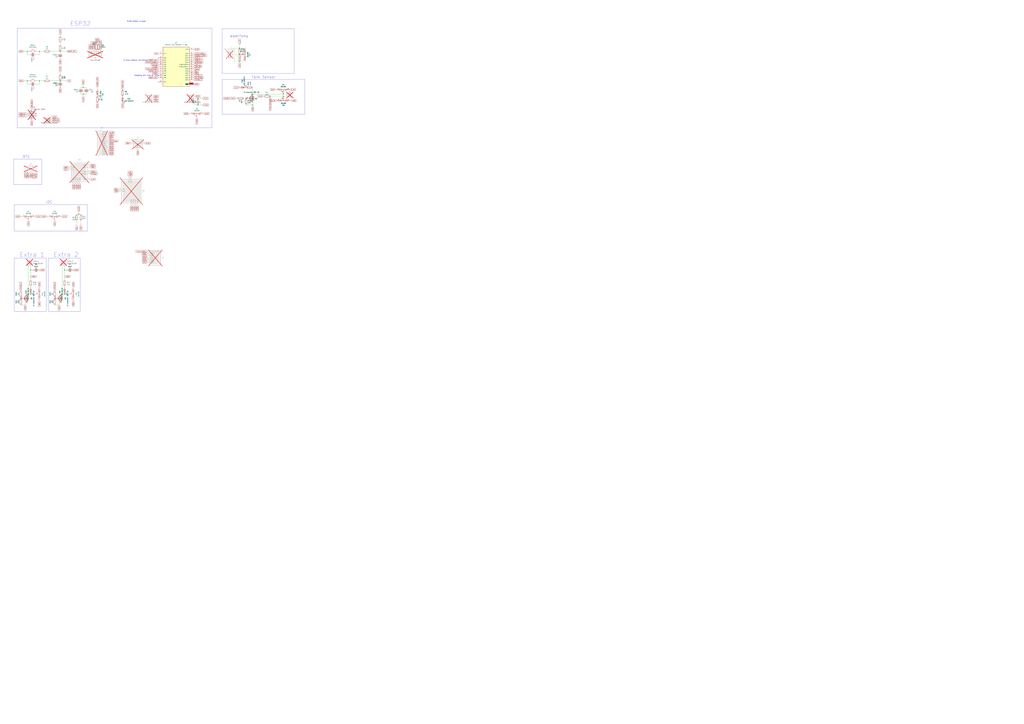
<source format=kicad_sch>
(kicad_sch
	(version 20250114)
	(generator "eeschema")
	(generator_version "9.0")
	(uuid "c26e8d55-0b6e-4c4e-b7c8-b1fed973201c")
	(paper "A0")
	(title_block
		(title "Plant Controller")
		(date "2020-12-21")
		(rev "0.4a")
		(company "C3MA")
	)
	
	(rectangle
		(start 16.51 237.744)
		(end 101.346 268.732)
		(stroke
			(width 0)
			(type default)
		)
		(fill
			(type none)
		)
		(uuid 1ed1aee0-8efb-486a-a550-066a86d5c669)
	)
	(rectangle
		(start 257.81 33.274)
		(end 341.63 85.344)
		(stroke
			(width 0)
			(type default)
		)
		(fill
			(type none)
		)
		(uuid 233c0351-cfd2-4f9e-b811-79c52fcb584d)
	)
	(rectangle
		(start 20.066 32.766)
		(end 246.126 148.59)
		(stroke
			(width 0)
			(type default)
		)
		(fill
			(type none)
		)
		(uuid 3a95b9e0-53dd-4840-b8fb-c11074eed081)
	)
	(rectangle
		(start 257.937 92.329)
		(end 354.076 132.715)
		(stroke
			(width 0)
			(type default)
		)
		(fill
			(type none)
		)
		(uuid 401e2773-4d08-4857-a7c2-f2ab6055fbac)
	)
	(rectangle
		(start 56.134 299.72)
		(end 92.964 361.95)
		(stroke
			(width 0)
			(type default)
		)
		(fill
			(type none)
		)
		(uuid 4b87a272-0a96-40f8-a42c-0bb4a8b95af2)
	)
	(rectangle
		(start 16.764 299.72)
		(end 53.594 361.95)
		(stroke
			(width 0)
			(type default)
		)
		(fill
			(type none)
		)
		(uuid 9180d8ab-03ef-414a-9b16-36a21edb22c2)
	)
	(rectangle
		(start 15.748 184.912)
		(end 48.26 214.63)
		(stroke
			(width 0)
			(type default)
		)
		(fill
			(type none)
		)
		(uuid f1cb09e6-74b4-43c4-8247-c9f441069dc5)
	)
	(text "To Allow Wakeup via interrupt"
		(exclude_from_sim no)
		(at 157.734 70.104 0)
		(effects
			(font
				(size 1.27 1.27)
			)
		)
		(uuid "2a2b2787-1ab7-4400-91a4-ad0dd84a1701")
	)
	(text "ESP32"
		(exclude_from_sim no)
		(at 81.28 30.48 0)
		(effects
			(font
				(size 5 5)
			)
			(justify left bottom)
		)
		(uuid "3279e749-d62b-45dc-920c-a4d4fc61f21f")
	)
	(text "Tank Sensor"
		(exclude_from_sim no)
		(at 292.1 91.44 0)
		(effects
			(font
				(size 3 3)
			)
			(justify left bottom)
		)
		(uuid "45d00ce1-d24d-4745-b54e-c4c2e50e0191")
	)
	(text "WaterTemp"
		(exclude_from_sim no)
		(at 266.954 43.688 0)
		(effects
			(font
				(size 2.667 2.667)
			)
			(justify left bottom)
		)
		(uuid "59c9990c-80fa-43e9-8e04-020dc8e86397")
	)
	(text "strapping pint must be high"
		(exclude_from_sim no)
		(at 169.672 87.63 0)
		(effects
			(font
				(size 1.27 1.27)
			)
		)
		(uuid "7b27cd3b-0694-416b-8a4d-db02b61ad3f5")
	)
	(text "Extra 2"
		(exclude_from_sim no)
		(at 61.976 299.212 0)
		(effects
			(font
				(size 5.2578 5.2578)
			)
			(justify left bottom)
		)
		(uuid "7d4d3c2e-0309-4db4-bb1b-ebcee691b404")
	)
	(text "I2C\n"
		(exclude_from_sim no)
		(at 53.34 236.728 0)
		(effects
			(font
				(size 3 3)
			)
			(justify left bottom)
		)
		(uuid "7ded9190-4a97-4053-98a7-9fc80b60531c")
	)
	(text "RTC"
		(exclude_from_sim no)
		(at 26.416 184.15 0)
		(effects
			(font
				(size 3 3)
			)
			(justify left bottom)
		)
		(uuid "9240960d-2696-4574-a275-d22681c8f19f")
	)
	(text "Extra 1"
		(exclude_from_sim no)
		(at 22.606 299.212 0)
		(effects
			(font
				(size 5.2578 5.2578)
			)
			(justify left bottom)
		)
		(uuid "bb806151-ed93-4260-a513-d3f8a6d3ffec")
	)
	(text "PUMP_ENABLE is dead"
		(exclude_from_sim no)
		(at 158.242 24.892 0)
		(effects
			(font
				(size 1.27 1.27)
			)
		)
		(uuid "f55c64b8-30c5-485a-856a-ebed595657ec")
	)
	(junction
		(at 31.75 59.69)
		(diameter 0)
		(color 0 0 0 0)
		(uuid "0c801748-df91-4145-83f3-9b19cb585cd0")
	)
	(junction
		(at 35.56 341.63)
		(diameter 0)
		(color 0 0 0 0)
		(uuid "2bef4bea-bb62-4daf-b15b-75895c8a59b4")
	)
	(junction
		(at 33.02 341.63)
		(diameter 0)
		(color 0 0 0 0)
		(uuid "2bf0bdd6-2ca0-4de5-a401-4629c798d1e3")
	)
	(junction
		(at 69.85 59.69)
		(diameter 0)
		(color 0 0 0 0)
		(uuid "44bf766d-2222-4637-ada1-6cbff94abbf8")
	)
	(junction
		(at 278.13 63.5)
		(diameter 0)
		(color 0 0 0 0)
		(uuid "46c0ba75-4154-464f-9e5c-4307b07d2698")
	)
	(junction
		(at 91.44 248.92)
		(diameter 0)
		(color 0 0 0 0)
		(uuid "59cefdea-f0fc-4a2c-8ab5-1fb284bbff64")
	)
	(junction
		(at 35.56 313.69)
		(diameter 0)
		(color 0 0 0 0)
		(uuid "7c4ad104-5060-4b7f-8d45-809ed7f43289")
	)
	(junction
		(at 229.87 121.92)
		(diameter 0)
		(color 0 0 0 0)
		(uuid "80d65bc6-dba9-4812-bdea-0cc2f75d7859")
	)
	(junction
		(at 45.72 59.69)
		(diameter 0)
		(color 0 0 0 0)
		(uuid "a3104c80-278d-416a-b409-fd08d784c6c7")
	)
	(junction
		(at 293.37 121.92)
		(diameter 0)
		(color 0 0 0 0)
		(uuid "a9f9fd58-5fa0-4a3e-95c3-fc0252fa5af0")
	)
	(junction
		(at 285.75 114.3)
		(diameter 0)
		(color 0 0 0 0)
		(uuid "b0e4d6c4-9f37-4b7c-a61f-79c11d6c2915")
	)
	(junction
		(at 328.93 109.22)
		(diameter 0)
		(color 0 0 0 0)
		(uuid "b45885ae-1b76-41c5-80ca-f3da7767748a")
	)
	(junction
		(at 24.13 346.71)
		(diameter 0)
		(color 0 0 0 0)
		(uuid "c29ddec9-e0e6-459d-aa76-01ba1da21bc6")
	)
	(junction
		(at 45.72 93.98)
		(diameter 0)
		(color 0 0 0 0)
		(uuid "c39add44-ba76-41fb-8f18-28fa0366e282")
	)
	(junction
		(at 293.37 109.22)
		(diameter 0)
		(color 0 0 0 0)
		(uuid "ca4591fd-bdc7-468a-a08c-130470748ee6")
	)
	(junction
		(at 72.39 341.63)
		(diameter 0)
		(color 0 0 0 0)
		(uuid "cd5c9130-70fb-4c6b-8ad5-eb6ea3ac0bdb")
	)
	(junction
		(at 31.75 93.98)
		(diameter 0)
		(color 0 0 0 0)
		(uuid "d2b0a197-1410-44de-bdc3-e63959ff5b39")
	)
	(junction
		(at 313.69 111.76)
		(diameter 0)
		(color 0 0 0 0)
		(uuid "d5a62d30-8595-4b2d-b77f-2c8c05e3af0b")
	)
	(junction
		(at 278.13 71.12)
		(diameter 0)
		(color 0 0 0 0)
		(uuid "d799f9e7-9ba0-4c73-ab01-d2e64da7f370")
	)
	(junction
		(at 229.87 114.3)
		(diameter 0)
		(color 0 0 0 0)
		(uuid "d87ec7ee-a984-4873-af6a-591dbaf9505a")
	)
	(junction
		(at 74.93 313.69)
		(diameter 0)
		(color 0 0 0 0)
		(uuid "db211aab-6cf1-4a4c-b2bd-2355f82384e0")
	)
	(junction
		(at 328.93 111.76)
		(diameter 0)
		(color 0 0 0 0)
		(uuid "df6d7758-99c5-489b-9654-8c13c4c38e3d")
	)
	(junction
		(at 278.13 55.88)
		(diameter 0)
		(color 0 0 0 0)
		(uuid "e02eebd3-438f-4aea-a333-95525a446142")
	)
	(junction
		(at 96.52 109.22)
		(diameter 0)
		(color 0 0 0 0)
		(uuid "eccbfa59-0c6d-47df-8d18-db1d8a427072")
	)
	(junction
		(at 69.85 93.98)
		(diameter 0)
		(color 0 0 0 0)
		(uuid "ed603a96-a752-490d-9f6b-e11a5c28a267")
	)
	(junction
		(at 96.52 101.6)
		(diameter 0)
		(color 0 0 0 0)
		(uuid "f1a67806-2122-488a-be9e-3def99cac9b4")
	)
	(junction
		(at 74.93 341.63)
		(diameter 0)
		(color 0 0 0 0)
		(uuid "f411ed64-9cd8-41e6-9c45-19388dc3fd14")
	)
	(junction
		(at 63.5 346.71)
		(diameter 0)
		(color 0 0 0 0)
		(uuid "fb2b919c-6424-4e40-bed3-beeb848f4f99")
	)
	(no_connect
		(at 31.75 200.66)
		(uuid "133b7027-41a1-4e09-a1e6-24d8bb033b2a")
	)
	(no_connect
		(at 184.15 67.31)
		(uuid "6d645bf1-339f-4b38-a26a-bdd168ca591e")
	)
	(no_connect
		(at 41.91 134.62)
		(uuid "6e3bf7f5-ac34-42e8-8ef5-a375f9ec4670")
	)
	(no_connect
		(at 29.21 200.66)
		(uuid "a8b1637e-8d2e-4941-b9bd-532be9ff9ba7")
	)
	(no_connect
		(at 41.91 132.08)
		(uuid "d86b8e60-6beb-4fca-8d73-f997d63653a6")
	)
	(no_connect
		(at 184.15 87.63)
		(uuid "f3c5dacd-33c5-408d-ad7a-be143502967e")
	)
	(wire
		(pts
			(xy 41.91 63.5) (xy 45.72 63.5)
		)
		(stroke
			(width 0)
			(type default)
		)
		(uuid "0177a789-58ee-4342-a75b-6dc9759a0292")
	)
	(wire
		(pts
			(xy 74.93 341.63) (xy 80.01 341.63)
		)
		(stroke
			(width 0)
			(type default)
		)
		(uuid "120ebb1b-6e37-49ed-b620-6eb109e270e3")
	)
	(wire
		(pts
			(xy 71.12 351.79) (xy 68.58 351.79)
		)
		(stroke
			(width 0)
			(type default)
		)
		(uuid "12d48094-20d6-4dd4-9b87-9b37592b7583")
	)
	(wire
		(pts
			(xy 96.52 109.22) (xy 96.52 111.76)
		)
		(stroke
			(width 0)
			(type default)
		)
		(uuid "1ab70c7f-b32b-445d-9855-6db940558137")
	)
	(wire
		(pts
			(xy 43.18 59.69) (xy 45.72 59.69)
		)
		(stroke
			(width 0)
			(type default)
		)
		(uuid "1ca63fb6-baf6-4191-bb5e-78a70eea690f")
	)
	(wire
		(pts
			(xy 229.87 114.3) (xy 234.95 114.3)
		)
		(stroke
			(width 0)
			(type default)
		)
		(uuid "1ee75389-371d-4303-a4c9-a6fef7dc46c8")
	)
	(wire
		(pts
			(xy 69.85 93.98) (xy 77.47 93.98)
		)
		(stroke
			(width 0)
			(type default)
		)
		(uuid "21cbfe94-5ca9-4e05-91f8-af8286db52f0")
	)
	(wire
		(pts
			(xy 275.59 114.3) (xy 274.32 114.3)
		)
		(stroke
			(width 0)
			(type default)
		)
		(uuid "2b5e2002-4910-4b28-b2af-64df078c8f37")
	)
	(wire
		(pts
			(xy 24.13 345.44) (xy 24.13 346.71)
		)
		(stroke
			(width 0)
			(type default)
		)
		(uuid "2daf10fb-bf25-4624-8b12-9ecb2739a811")
	)
	(wire
		(pts
			(xy 34.29 97.79) (xy 31.75 97.79)
		)
		(stroke
			(width 0)
			(type default)
		)
		(uuid "31699884-19e8-4f5a-acb0-7aab16d601da")
	)
	(wire
		(pts
			(xy 45.72 63.5) (xy 45.72 59.69)
		)
		(stroke
			(width 0)
			(type default)
		)
		(uuid "31bf5f35-13b7-4fbb-8116-6685511be1f0")
	)
	(wire
		(pts
			(xy 29.21 351.79) (xy 29.21 354.33)
		)
		(stroke
			(width 0)
			(type default)
		)
		(uuid "31ffa7ad-1b60-4f81-a75d-759e6c99fc66")
	)
	(wire
		(pts
			(xy 35.56 313.69) (xy 35.56 309.88)
		)
		(stroke
			(width 0)
			(type default)
		)
		(uuid "3485c98e-42fd-4962-baeb-f49dc1271407")
	)
	(wire
		(pts
			(xy 278.13 52.07) (xy 278.13 55.88)
		)
		(stroke
			(width 0)
			(type default)
		)
		(uuid "36492ecb-e83c-44ed-bce9-108634ac94ff")
	)
	(wire
		(pts
			(xy 35.56 341.63) (xy 40.64 341.63)
		)
		(stroke
			(width 0)
			(type default)
		)
		(uuid "398bc1ad-11e7-49fc-bab0-36ac7dcafc65")
	)
	(wire
		(pts
			(xy 31.75 351.79) (xy 29.21 351.79)
		)
		(stroke
			(width 0)
			(type default)
		)
		(uuid "3a08e8bf-f632-4ee9-8c81-38720a917cf3")
	)
	(wire
		(pts
			(xy 96.52 101.6) (xy 100.33 101.6)
		)
		(stroke
			(width 0)
			(type default)
		)
		(uuid "3dce1630-8f07-4681-bb48-60204f907b65")
	)
	(wire
		(pts
			(xy 74.93 313.69) (xy 74.93 325.12)
		)
		(stroke
			(width 0)
			(type default)
		)
		(uuid "3ff42459-900c-4649-bbc4-ab8737f50082")
	)
	(wire
		(pts
			(xy 72.39 309.88) (xy 72.39 341.63)
		)
		(stroke
			(width 0)
			(type default)
		)
		(uuid "44ae3783-0bc5-433b-8db2-8b8f87531e12")
	)
	(wire
		(pts
			(xy 226.06 114.3) (xy 229.87 114.3)
		)
		(stroke
			(width 0)
			(type default)
		)
		(uuid "44b868eb-c1c8-4396-a25b-1ed4bffa5df2")
	)
	(wire
		(pts
			(xy 271.78 55.88) (xy 278.13 55.88)
		)
		(stroke
			(width 0)
			(type default)
		)
		(uuid "466941da-e72c-4754-9ae3-e5f3e0803017")
	)
	(wire
		(pts
			(xy 320.04 104.14) (xy 321.31 104.14)
		)
		(stroke
			(width 0)
			(type default)
		)
		(uuid "4763bbcb-eda9-4ab0-ad66-1b29bb694dd2")
	)
	(wire
		(pts
			(xy 31.75 59.69) (xy 33.02 59.69)
		)
		(stroke
			(width 0)
			(type default)
		)
		(uuid "483615ee-41ef-48f3-bab8-747913a3b96f")
	)
	(wire
		(pts
			(xy 74.93 313.69) (xy 74.93 309.88)
		)
		(stroke
			(width 0)
			(type default)
		)
		(uuid "4856e7d5-dad7-4499-8e48-3f7304874107")
	)
	(wire
		(pts
			(xy 35.56 313.69) (xy 38.1 313.69)
		)
		(stroke
			(width 0)
			(type default)
		)
		(uuid "4abb9a39-702d-4e8c-a8d7-0cf6650dcf1a")
	)
	(wire
		(pts
			(xy 69.85 86.36) (xy 69.85 83.82)
		)
		(stroke
			(width 0)
			(type default)
		)
		(uuid "4bb38bb9-7c08-4826-a42b-21192907f190")
	)
	(wire
		(pts
			(xy 69.85 59.69) (xy 77.47 59.69)
		)
		(stroke
			(width 0)
			(type default)
		)
		(uuid "5256d83b-af0e-4569-b35e-4538fa9f0c95")
	)
	(wire
		(pts
			(xy 31.75 93.98) (xy 31.75 97.79)
		)
		(stroke
			(width 0)
			(type default)
		)
		(uuid "536ecfb7-07b7-4bf3-b53a-4fdb8c0b7f89")
	)
	(wire
		(pts
			(xy 45.72 59.69) (xy 50.8 59.69)
		)
		(stroke
			(width 0)
			(type default)
		)
		(uuid "54ca3150-def0-4bc3-8825-96aab67dcdc1")
	)
	(wire
		(pts
			(xy 69.85 49.53) (xy 69.85 52.07)
		)
		(stroke
			(width 0)
			(type default)
		)
		(uuid "55bd0438-7295-46aa-bd32-0ce2fda20b0b")
	)
	(wire
		(pts
			(xy 293.37 109.22) (xy 328.93 109.22)
		)
		(stroke
			(width 0)
			(type default)
		)
		(uuid "60a62d88-28f4-4168-abad-a0a075987d66")
	)
	(wire
		(pts
			(xy 219.71 132.08) (xy 220.98 132.08)
		)
		(stroke
			(width 0)
			(type default)
		)
		(uuid "62e15c17-7df5-475e-b103-0d4f69dd85c3")
	)
	(wire
		(pts
			(xy 226.06 116.84) (xy 226.06 121.92)
		)
		(stroke
			(width 0)
			(type default)
		)
		(uuid "644eabac-1c27-416e-bf4d-750948deadf2")
	)
	(wire
		(pts
			(xy 27.94 93.98) (xy 31.75 93.98)
		)
		(stroke
			(width 0)
			(type default)
		)
		(uuid "658cd722-822e-4271-af54-fd25a45efbeb")
	)
	(wire
		(pts
			(xy 74.93 334.01) (xy 74.93 332.74)
		)
		(stroke
			(width 0)
			(type default)
		)
		(uuid "666ce09a-0a0c-491a-bb39-4cbbb328181f")
	)
	(wire
		(pts
			(xy 72.39 341.63) (xy 71.12 341.63)
		)
		(stroke
			(width 0)
			(type default)
		)
		(uuid "6d047e78-eceb-4684-ac3f-c76ea2db8034")
	)
	(wire
		(pts
			(xy 69.85 59.69) (xy 69.85 60.96)
		)
		(stroke
			(width 0)
			(type default)
		)
		(uuid "700ef27d-1afc-4474-9c7e-7495dfb2cd41")
	)
	(wire
		(pts
			(xy 91.44 246.38) (xy 91.44 248.92)
		)
		(stroke
			(width 0)
			(type default)
		)
		(uuid "70866635-ddea-48d8-8718-83534d7ee14b")
	)
	(wire
		(pts
			(xy 96.52 99.06) (xy 96.52 101.6)
		)
		(stroke
			(width 0)
			(type default)
		)
		(uuid "722ee4f9-72ec-47c5-8af9-2593b457c9f6")
	)
	(wire
		(pts
			(xy 63.5 345.44) (xy 63.5 346.71)
		)
		(stroke
			(width 0)
			(type default)
		)
		(uuid "74091b03-ef55-4172-9d0a-d152352c23d4")
	)
	(wire
		(pts
			(xy 93.98 101.6) (xy 96.52 101.6)
		)
		(stroke
			(width 0)
			(type default)
		)
		(uuid "74b2227a-fa56-4549-b733-9557b9413712")
	)
	(wire
		(pts
			(xy 45.72 93.98) (xy 45.72 97.79)
		)
		(stroke
			(width 0)
			(type default)
		)
		(uuid "76babe23-9fed-45a3-9579-567c56af29ba")
	)
	(wire
		(pts
			(xy 33.02 341.63) (xy 35.56 341.63)
		)
		(stroke
			(width 0)
			(type default)
		)
		(uuid "79efefe3-2f9a-4adc-8d8e-3d3c4fd080ba")
	)
	(wire
		(pts
			(xy 34.29 63.5) (xy 31.75 63.5)
		)
		(stroke
			(width 0)
			(type default)
		)
		(uuid "7d485185-3d6f-4ba3-a470-0c5cd8a21f08")
	)
	(wire
		(pts
			(xy 31.75 93.98) (xy 33.02 93.98)
		)
		(stroke
			(width 0)
			(type default)
		)
		(uuid "7e0b43c8-36f8-4add-a349-afdc2cb53952")
	)
	(wire
		(pts
			(xy 271.78 71.12) (xy 278.13 71.12)
		)
		(stroke
			(width 0)
			(type default)
		)
		(uuid "80434ffa-f919-4d72-8038-56a22544dbf9")
	)
	(wire
		(pts
			(xy 93.98 109.22) (xy 96.52 109.22)
		)
		(stroke
			(width 0)
			(type default)
		)
		(uuid "8407ac68-3faf-4589-b1de-98116c7b6a4f")
	)
	(wire
		(pts
			(xy 278.13 63.5) (xy 279.4 63.5)
		)
		(stroke
			(width 0)
			(type default)
		)
		(uuid "85d1d84c-fd22-4545-baea-ced839ab08b1")
	)
	(wire
		(pts
			(xy 24.13 251.46) (xy 25.4 251.46)
		)
		(stroke
			(width 0)
			(type default)
		)
		(uuid "8c027af5-0ec1-4c51-959c-ea99286f05f4")
	)
	(wire
		(pts
			(xy 113.03 101.6) (xy 113.03 104.14)
		)
		(stroke
			(width 0)
			(type default)
		)
		(uuid "906456f1-74dc-4cc0-8aa6-e1b12a5b0326")
	)
	(wire
		(pts
			(xy 271.78 66.04) (xy 271.78 71.12)
		)
		(stroke
			(width 0)
			(type default)
		)
		(uuid "91e75e41-3d05-4931-9e4d-b6a0534378d1")
	)
	(wire
		(pts
			(xy 285.75 121.92) (xy 293.37 121.92)
		)
		(stroke
			(width 0)
			(type default)
		)
		(uuid "91ee550a-c477-47ca-85c9-86517cb173f8")
	)
	(wire
		(pts
			(xy 68.58 351.79) (xy 68.58 354.33)
		)
		(stroke
			(width 0)
			(type default)
		)
		(uuid "93314357-f2cf-4957-a6b1-9d033873da88")
	)
	(wire
		(pts
			(xy 293.37 121.92) (xy 293.37 123.19)
		)
		(stroke
			(width 0)
			(type default)
		)
		(uuid "93c0481b-aacd-483f-a8cc-de3fae8dd8cf")
	)
	(wire
		(pts
			(xy 88.9 256.54) (xy 88.9 261.62)
		)
		(stroke
			(width 0)
			(type default)
		)
		(uuid "93c17db2-793e-4a58-8c7e-ff5af9ec0b01")
	)
	(wire
		(pts
			(xy 226.06 121.92) (xy 229.87 121.92)
		)
		(stroke
			(width 0)
			(type default)
		)
		(uuid "97d339c5-225b-44e6-942d-fe692ed2713c")
	)
	(wire
		(pts
			(xy 278.13 71.12) (xy 284.48 71.12)
		)
		(stroke
			(width 0)
			(type default)
		)
		(uuid "99c7b492-11b3-4968-bb47-e0e498beb4f4")
	)
	(wire
		(pts
			(xy 93.98 261.62) (xy 93.98 256.54)
		)
		(stroke
			(width 0)
			(type default)
		)
		(uuid "a0dea2ad-b1d7-490e-8617-4f6f933c9a95")
	)
	(wire
		(pts
			(xy 58.42 93.98) (xy 69.85 93.98)
		)
		(stroke
			(width 0)
			(type default)
		)
		(uuid "a650c4ef-35d1-41cc-a1b8-2f4d039def3e")
	)
	(wire
		(pts
			(xy 45.72 93.98) (xy 50.8 93.98)
		)
		(stroke
			(width 0)
			(type default)
		)
		(uuid "a6f20c79-82b3-4cbc-a418-b3e892edf979")
	)
	(wire
		(pts
			(xy 229.87 121.92) (xy 234.95 121.92)
		)
		(stroke
			(width 0)
			(type default)
		)
		(uuid "a9a80599-37da-40a1-aecd-15d6cb538347")
	)
	(wire
		(pts
			(xy 41.91 97.79) (xy 45.72 97.79)
		)
		(stroke
			(width 0)
			(type default)
		)
		(uuid "b0727bbf-4aa0-4f1f-a393-5a2444607ca8")
	)
	(wire
		(pts
			(xy 43.18 93.98) (xy 45.72 93.98)
		)
		(stroke
			(width 0)
			(type default)
		)
		(uuid "b34bc502-57b5-42ca-a1e3-e37a6b18fa8a")
	)
	(wire
		(pts
			(xy 293.37 121.92) (xy 293.37 119.38)
		)
		(stroke
			(width 0)
			(type default)
		)
		(uuid "b5a66bcd-3d77-4fc3-a7ef-9522ea59d5b4")
	)
	(wire
		(pts
			(xy 278.13 71.12) (xy 278.13 72.39)
		)
		(stroke
			(width 0)
			(type default)
		)
		(uuid "b8e1344d-eebb-405e-bf45-bf7286818846")
	)
	(wire
		(pts
			(xy 72.39 341.63) (xy 74.93 341.63)
		)
		(stroke
			(width 0)
			(type default)
		)
		(uuid "bcbdfbfe-813b-406c-8e78-ecf377694e4b")
	)
	(wire
		(pts
			(xy 278.13 55.88) (xy 284.48 55.88)
		)
		(stroke
			(width 0)
			(type default)
		)
		(uuid "c3c4e6a5-ffd0-4949-b1ed-9dbac4816a31")
	)
	(wire
		(pts
			(xy 31.75 63.5) (xy 31.75 59.69)
		)
		(stroke
			(width 0)
			(type default)
		)
		(uuid "c64f7182-b1d1-414b-8311-bf9c8def56b0")
	)
	(wire
		(pts
			(xy 27.94 59.69) (xy 31.75 59.69)
		)
		(stroke
			(width 0)
			(type default)
		)
		(uuid "c80e2422-7139-49dc-b3f9-625263c3cdf8")
	)
	(wire
		(pts
			(xy 293.37 101.6) (xy 293.37 109.22)
		)
		(stroke
			(width 0)
			(type default)
		)
		(uuid "cad969f2-74fc-4d70-ae1a-5f7c9f1fafe5")
	)
	(wire
		(pts
			(xy 313.69 111.76) (xy 313.69 113.03)
		)
		(stroke
			(width 0)
			(type default)
		)
		(uuid "d015eee5-e700-4aae-9740-7584ac86f2dc")
	)
	(wire
		(pts
			(xy 69.85 40.64) (xy 69.85 41.91)
		)
		(stroke
			(width 0)
			(type default)
		)
		(uuid "d32bf4e8-ecff-4ac9-ad29-ae1c8bda82d7")
	)
	(wire
		(pts
			(xy 33.02 341.63) (xy 31.75 341.63)
		)
		(stroke
			(width 0)
			(type default)
		)
		(uuid "d3a8bba0-f6b8-492c-bd32-cf4f52b3a460")
	)
	(wire
		(pts
			(xy 271.78 60.96) (xy 271.78 55.88)
		)
		(stroke
			(width 0)
			(type default)
		)
		(uuid "db1449f4-7508-4d35-a59d-651f6bb67398")
	)
	(wire
		(pts
			(xy 68.58 354.33) (xy 63.5 354.33)
		)
		(stroke
			(width 0)
			(type default)
		)
		(uuid "de6ae241-6a11-4acc-aa73-4a79d3e05390")
	)
	(wire
		(pts
			(xy 328.93 111.76) (xy 331.47 111.76)
		)
		(stroke
			(width 0)
			(type default)
		)
		(uuid "e1cb434d-ad4f-4f8f-9de9-d90ae9cd1c77")
	)
	(wire
		(pts
			(xy 283.21 114.3) (xy 285.75 114.3)
		)
		(stroke
			(width 0)
			(type default)
		)
		(uuid "e2df7712-ab61-410a-b1b8-e5fe74794534")
	)
	(wire
		(pts
			(xy 54.61 251.46) (xy 55.88 251.46)
		)
		(stroke
			(width 0)
			(type default)
		)
		(uuid "e3114c64-3a58-46b0-a670-c83661c7de49")
	)
	(wire
		(pts
			(xy 313.69 111.76) (xy 328.93 111.76)
		)
		(stroke
			(width 0)
			(type default)
		)
		(uuid "ed1859d2-f596-4cb5-a5ad-7acc9d34a435")
	)
	(wire
		(pts
			(xy 35.56 313.69) (xy 35.56 325.12)
		)
		(stroke
			(width 0)
			(type default)
		)
		(uuid "ed1fd11f-d09d-48a9-9ccc-935ebda3f31e")
	)
	(wire
		(pts
			(xy 58.42 59.69) (xy 69.85 59.69)
		)
		(stroke
			(width 0)
			(type default)
		)
		(uuid "efe43904-6098-445c-abdc-2bc8ca9294e5")
	)
	(wire
		(pts
			(xy 328.93 109.22) (xy 331.47 109.22)
		)
		(stroke
			(width 0)
			(type default)
		)
		(uuid "f0fe1774-fe0e-4df8-8b74-3ff52c87b757")
	)
	(wire
		(pts
			(xy 337.82 116.84) (xy 336.55 116.84)
		)
		(stroke
			(width 0)
			(type default)
		)
		(uuid "f1a50e89-e842-4523-8212-2d0c94809628")
	)
	(wire
		(pts
			(xy 96.52 109.22) (xy 100.33 109.22)
		)
		(stroke
			(width 0)
			(type default)
		)
		(uuid "f1c085fa-3dc9-4e20-974e-d9de9c622474")
	)
	(wire
		(pts
			(xy 29.21 354.33) (xy 24.13 354.33)
		)
		(stroke
			(width 0)
			(type default)
		)
		(uuid "f2e01eb8-dda0-4f4c-a50c-8fd5751acfb1")
	)
	(wire
		(pts
			(xy 35.56 334.01) (xy 35.56 332.74)
		)
		(stroke
			(width 0)
			(type default)
		)
		(uuid "f3bf6e36-aa7c-4ac8-8639-188ecb6b8e30")
	)
	(wire
		(pts
			(xy 88.9 248.92) (xy 91.44 248.92)
		)
		(stroke
			(width 0)
			(type default)
		)
		(uuid "f5e7d45d-4790-4305-9401-f604f4076991")
	)
	(wire
		(pts
			(xy 271.78 63.5) (xy 278.13 63.5)
		)
		(stroke
			(width 0)
			(type default)
		)
		(uuid "f9c01c92-19e3-4daa-9743-ed08778d5561")
	)
	(wire
		(pts
			(xy 33.02 309.88) (xy 33.02 341.63)
		)
		(stroke
			(width 0)
			(type default)
		)
		(uuid "fa43ccc0-370c-4fdb-a0d8-dd3f4f7e79e7")
	)
	(wire
		(pts
			(xy 74.93 313.69) (xy 77.47 313.69)
		)
		(stroke
			(width 0)
			(type default)
		)
		(uuid "fcaf42a8-4767-4fa9-907c-897f08df9f9c")
	)
	(wire
		(pts
			(xy 91.44 248.92) (xy 93.98 248.92)
		)
		(stroke
			(width 0)
			(type default)
		)
		(uuid "ff6dab05-366f-49e5-b875-92ab1629809b")
	)
	(global_label "GND"
		(shape input)
		(at 85.09 334.01 90)
		(fields_autoplaced yes)
		(effects
			(font
				(size 1.27 1.27)
			)
			(justify left)
		)
		(uuid "01f0ce47-812c-4593-960f-ca9592317683")
		(property "Intersheetrefs" "${INTERSHEET_REFS}"
			(at 85.09 327.1543 90)
			(effects
				(font
					(size 1.27 1.27)
				)
				(justify left)
				(hide yes)
			)
		)
	)
	(global_label "TANK_SENSOR"
		(shape input)
		(at 184.15 80.01 180)
		(fields_autoplaced yes)
		(effects
			(font
				(size 1.27 1.27)
			)
			(justify right)
		)
		(uuid "0277878d-a4a6-4231-8b67-d156df63670e")
		(property "Intersheetrefs" "${INTERSHEET_REFS}"
			(at 168.6957 80.01 0)
			(effects
				(font
					(size 1.27 1.27)
				)
				(justify right)
				(hide yes)
			)
		)
	)
	(global_label "GND"
		(shape input)
		(at 337.82 116.84 0)
		(fields_autoplaced yes)
		(effects
			(font
				(size 1.27 1.27)
			)
			(justify left)
		)
		(uuid "05c81bef-81a5-4a36-ab49-e60fb7156524")
		(property "Intersheetrefs" "${INTERSHEET_REFS}"
			(at 343.9421 116.84 0)
			(effects
				(font
					(size 1.27 1.27)
				)
				(justify left)
				(hide yes)
			)
		)
	)
	(global_label "3_3V"
		(shape input)
		(at 321.31 116.84 180)
		(fields_autoplaced yes)
		(effects
			(font
				(size 1.27 1.27)
			)
			(justify right)
		)
		(uuid "05d6d37f-4aa5-4dd8-a14c-e60a7d890ed1")
		(property "Intersheetrefs" "${INTERSHEET_REFS}"
			(at 314.5832 116.84 0)
			(effects
				(font
					(size 1.27 1.27)
				)
				(justify right)
				(hide yes)
			)
		)
	)
	(global_label "VBAT"
		(shape input)
		(at 152.4 205.74 90)
		(fields_autoplaced yes)
		(effects
			(font
				(size 1.27 1.27)
			)
			(justify left)
		)
		(uuid "06c8a595-7bf2-4dd7-a4f0-ac17b2d46649")
		(property "Intersheetrefs" "${INTERSHEET_REFS}"
			(at 152.4 198.9942 90)
			(effects
				(font
					(size 1.27 1.27)
				)
				(justify left)
				(hide yes)
			)
		)
	)
	(global_label "GND"
		(shape input)
		(at 320.04 104.14 180)
		(fields_autoplaced yes)
		(effects
			(font
				(size 1.27 1.27)
			)
			(justify right)
		)
		(uuid "07eb776c-3b6c-493d-938d-f5eeb93bb30f")
		(property "Intersheetrefs" "${INTERSHEET_REFS}"
			(at 313.9179 104.14 0)
			(effects
				(font
					(size 1.27 1.27)
				)
				(justify right)
				(hide yes)
			)
		)
	)
	(global_label "GND"
		(shape input)
		(at 96.52 99.06 90)
		(fields_autoplaced yes)
		(effects
			(font
				(size 1.27 1.27)
			)
			(justify left)
		)
		(uuid "07f2735a-5fa4-495f-a960-1a2fafe677bd")
		(property "Intersheetrefs" "${INTERSHEET_REFS}"
			(at 96.52 92.9379 90)
			(effects
				(font
					(size 1.27 1.27)
				)
				(justify left)
				(hide yes)
			)
		)
	)
	(global_label "3_3V"
		(shape input)
		(at 149.86 205.74 90)
		(fields_autoplaced yes)
		(effects
			(font
				(size 1.27 1.27)
			)
			(justify left)
		)
		(uuid "09a7e979-4a18-4d80-a7c2-c9c10cdbfd9d")
		(property "Intersheetrefs" "${INTERSHEET_REFS}"
			(at 149.86 198.9338 90)
			(effects
				(font
					(size 1.27 1.27)
				)
				(justify left)
				(hide yes)
			)
		)
	)
	(global_label "GND"
		(shape input)
		(at 226.06 111.76 0)
		(fields_autoplaced yes)
		(effects
			(font
				(size 1.27 1.27)
			)
			(justify left)
		)
		(uuid "09df9ed6-1e8f-41ca-830c-ab300f318c83")
		(property "Intersheetrefs" "${INTERSHEET_REFS}"
			(at 232.2615 111.76 0)
			(effects
				(font
					(size 1.27 1.27)
				)
				(justify left)
				(hide yes)
			)
		)
	)
	(global_label "WORKING"
		(shape input)
		(at 224.79 72.39 0)
		(fields_autoplaced yes)
		(effects
			(font
				(size 1.27 1.27)
			)
			(justify left)
		)
		(uuid "0af53f6a-ea11-4d73-a8d1-f63ebcdc2e54")
		(property "Intersheetrefs" "${INTERSHEET_REFS}"
			(at 235.6482 72.39 0)
			(effects
				(font
					(size 1.27 1.27)
				)
				(justify left)
				(hide yes)
			)
		)
	)
	(global_label "Charge"
		(shape input)
		(at 184.15 74.93 180)
		(fields_autoplaced yes)
		(effects
			(font
				(size 1.27 1.27)
			)
			(justify right)
		)
		(uuid "0d0161bc-7240-4eee-8726-d1822cffb0f6")
		(property "Intersheetrefs" "${INTERSHEET_REFS}"
			(at 175.2272 74.93 0)
			(effects
				(font
					(size 1.27 1.27)
				)
				(justify right)
				(hide yes)
			)
		)
	)
	(global_label "USB_D-"
		(shape input)
		(at 109.22 58.42 90)
		(fields_autoplaced yes)
		(effects
			(font
				(size 1.27 1.27)
			)
			(justify left)
		)
		(uuid "0d994ccb-a63f-4416-9894-9ddfda536836")
		(property "Intersheetrefs" "${INTERSHEET_REFS}"
			(at 109.22 48.469 90)
			(effects
				(font
					(size 1.27 1.27)
				)
				(justify left)
				(hide yes)
			)
		)
	)
	(global_label "GND"
		(shape input)
		(at 154.94 238.76 270)
		(fields_autoplaced yes)
		(effects
			(font
				(size 1.27 1.27)
			)
			(justify right)
		)
		(uuid "0e2ae4f1-4564-4982-956b-ea4c210979bf")
		(property "Intersheetrefs" "${INTERSHEET_REFS}"
			(at 154.94 244.9615 90)
			(effects
				(font
					(size 1.27 1.27)
				)
				(justify right)
				(hide yes)
			)
		)
	)
	(global_label "LED_ENABLE"
		(shape input)
		(at 171.45 292.1 180)
		(fields_autoplaced yes)
		(effects
			(font
				(size 1.27 1.27)
			)
			(justify right)
		)
		(uuid "11cc9fe3-80f4-40f0-bfcd-ee01b4fd2a55")
		(property "Intersheetrefs" "${INTERSHEET_REFS}"
			(at 157.6891 292.1 0)
			(effects
				(font
					(size 1.27 1.27)
				)
				(justify right)
				(hide yes)
			)
		)
	)
	(global_label "SDA"
		(shape input)
		(at 36.83 200.66 270)
		(fields_autoplaced yes)
		(effects
			(font
				(size 1.27 1.27)
			)
			(justify right)
		)
		(uuid "15df726b-dd98-4aca-996c-07a91cdb9d7a")
		(property "Intersheetrefs" "${INTERSHEET_REFS}"
			(at 36.83 206.5591 90)
			(effects
				(font
					(size 1.27 1.27)
				)
				(justify right)
				(hide yes)
			)
		)
	)
	(global_label "GND"
		(shape input)
		(at 171.45 297.18 180)
		(fields_autoplaced yes)
		(effects
			(font
				(size 1.27 1.27)
			)
			(justify right)
		)
		(uuid "1acf831d-2a29-4a4e-a38c-6e35bf2b277f")
		(property "Intersheetrefs" "${INTERSHEET_REFS}"
			(at 165.2485 297.18 0)
			(effects
				(font
					(size 1.27 1.27)
				)
				(justify right)
				(hide yes)
			)
		)
	)
	(global_label "SDA"
		(shape input)
		(at 177.8 116.84 0)
		(fields_autoplaced yes)
		(effects
			(font
				(size 1.27 1.27)
			)
			(justify left)
		)
		(uuid "1c205131-2195-4fc5-98ca-0cab3ff1b276")
		(property "Intersheetrefs" "${INTERSHEET_REFS}"
			(at 183.6197 116.84 0)
			(effects
				(font
					(size 1.27 1.27)
				)
				(justify left)
				(hide yes)
			)
		)
	)
	(global_label "GND"
		(shape input)
		(at 293.37 123.19 270)
		(fields_autoplaced yes)
		(effects
			(font
				(size 1.27 1.27)
			)
			(justify right)
		)
		(uuid "20826301-241c-4b61-8480-c1231645cf78")
		(property "Intersheetrefs" "${INTERSHEET_REFS}"
			(at 293.37 129.3121 90)
			(effects
				(font
					(size 1.27 1.27)
				)
				(justify right)
				(hide yes)
			)
		)
	)
	(global_label "VBAT"
		(shape input)
		(at 85.09 349.25 270)
		(fields_autoplaced yes)
		(effects
			(font
				(size 1.27 1.27)
			)
			(justify right)
		)
		(uuid "23c912c6-12c3-411c-bd7f-baaa5f29c31c")
		(property "Intersheetrefs" "${INTERSHEET_REFS}"
			(at 85.09 356.65 90)
			(effects
				(font
					(size 1.27 1.27)
				)
				(justify right)
				(hide yes)
			)
		)
	)
	(global_label "GND"
		(shape input)
		(at 24.13 251.46 180)
		(fields_autoplaced yes)
		(effects
			(font
				(size 1.27 1.27)
			)
			(justify right)
		)
		(uuid "29a5ca9f-ceff-4d1f-9d68-01494322a3e8")
		(property "Intersheetrefs" "${INTERSHEET_REFS}"
			(at 18.0079 251.46 0)
			(effects
				(font
					(size 1.27 1.27)
				)
				(justify right)
				(hide yes)
			)
		)
	)
	(global_label "GND"
		(shape input)
		(at 125.73 176.53 0)
		(fields_autoplaced yes)
		(effects
			(font
				(size 1.27 1.27)
			)
			(justify left)
		)
		(uuid "2b9f7359-b644-478f-ba13-5ea4a3466855")
		(property "Intersheetrefs" "${INTERSHEET_REFS}"
			(at 131.9315 176.53 0)
			(effects
				(font
					(size 1.27 1.27)
				)
				(justify left)
				(hide yes)
			)
		)
	)
	(global_label "USB_BUS"
		(shape input)
		(at 36.83 127 90)
		(fields_autoplaced yes)
		(effects
			(font
				(size 1.27 1.27)
			)
			(justify left)
		)
		(uuid "2c73b682-c34d-4be6-90ef-25750bdd4b53")
		(property "Intersheetrefs" "${INTERSHEET_REFS}"
			(at 36.83 116.0814 90)
			(effects
				(font
					(size 1.27 1.27)
				)
				(justify left)
				(hide yes)
			)
		)
	)
	(global_label "PUMP_ENABLE"
		(shape input)
		(at 184.15 72.39 180)
		(fields_autoplaced yes)
		(effects
			(font
				(size 1.27 1.27)
			)
			(justify right)
		)
		(uuid "2e795b18-a106-4105-bbb4-8c45273e4987")
		(property "Intersheetrefs" "${INTERSHEET_REFS}"
			(at 168.5143 72.39 0)
			(effects
				(font
					(size 1.27 1.27)
				)
				(justify right)
				(hide yes)
			)
		)
	)
	(global_label "SDA"
		(shape input)
		(at 224.79 85.09 0)
		(fields_autoplaced yes)
		(effects
			(font
				(size 1.27 1.27)
			)
			(justify left)
		)
		(uuid "2eebddac-8c2f-4574-8648-38ee33af1472")
		(property "Intersheetrefs" "${INTERSHEET_REFS}"
			(at 230.6891 85.09 0)
			(effects
				(font
					(size 1.27 1.27)
				)
				(justify left)
				(hide yes)
			)
		)
	)
	(global_label "GND"
		(shape input)
		(at 160.02 173.99 270)
		(fields_autoplaced yes)
		(effects
			(font
				(size 1.27 1.27)
			)
			(justify right)
		)
		(uuid "300650e6-036d-445a-a054-e0480cee81f6")
		(property "Intersheetrefs" "${INTERSHEET_REFS}"
			(at 160.02 180.1915 90)
			(effects
				(font
					(size 1.27 1.27)
				)
				(justify right)
				(hide yes)
			)
		)
	)
	(global_label "WORKING"
		(shape input)
		(at 142.24 104.14 90)
		(fields_autoplaced yes)
		(effects
			(font
				(size 1.27 1.27)
			)
			(justify left)
		)
		(uuid "303310f5-7f76-473a-84ff-825ecc4bddd1")
		(property "Intersheetrefs" "${INTERSHEET_REFS}"
			(at 142.24 93.2818 90)
			(effects
				(font
					(size 1.27 1.27)
				)
				(justify left)
				(hide yes)
			)
		)
	)
	(global_label "FLOW"
		(shape input)
		(at 228.6 137.16 270)
		(fields_autoplaced yes)
		(effects
			(font
				(size 1.27 1.27)
			)
			(justify right)
		)
		(uuid "34231fa6-ab62-4cfa-828a-b9604edabdea")
		(property "Intersheetrefs" "${INTERSHEET_REFS}"
			(at 228.6 144.3896 90)
			(effects
				(font
					(size 1.27 1.27)
				)
				(justify right)
				(hide yes)
			)
		)
	)
	(global_label "GND"
		(shape input)
		(at 125.73 171.45 0)
		(fields_autoplaced yes)
		(effects
			(font
				(size 1.27 1.27)
			)
			(justify left)
		)
		(uuid "36226fb3-6951-4568-90f3-daa99e609121")
		(property "Intersheetrefs" "${INTERSHEET_REFS}"
			(at 131.9315 171.45 0)
			(effects
				(font
					(size 1.27 1.27)
				)
				(justify left)
				(hide yes)
			)
		)
	)
	(global_label "GND"
		(shape input)
		(at 125.73 168.91 0)
		(fields_autoplaced yes)
		(effects
			(font
				(size 1.27 1.27)
			)
			(justify left)
		)
		(uuid "36c40c19-19ac-4e9a-9c4c-07e2994aa2a1")
		(property "Intersheetrefs" "${INTERSHEET_REFS}"
			(at 131.9315 168.91 0)
			(effects
				(font
					(size 1.27 1.27)
				)
				(justify left)
				(hide yes)
			)
		)
	)
	(global_label "GND"
		(shape input)
		(at 224.79 97.79 0)
		(fields_autoplaced yes)
		(effects
			(font
				(size 1.27 1.27)
			)
			(justify left)
		)
		(uuid "3952489d-2258-4eb0-b36f-fed0b81dc0f7")
		(property "Intersheetrefs" "${INTERSHEET_REFS}"
			(at 230.9121 97.79 0)
			(effects
				(font
					(size 1.27 1.27)
				)
				(justify left)
				(hide yes)
			)
		)
	)
	(global_label "EXTRA_2"
		(shape input)
		(at 63.5 337.82 90)
		(fields_autoplaced yes)
		(effects
			(font
				(size 1.27 1.27)
			)
			(justify left)
		)
		(uuid "3ab962ab-f8c1-4e7d-ba3a-b62909df85fe")
		(property "Intersheetrefs" "${INTERSHEET_REFS}"
			(at 63.5 327.6272 90)
			(effects
				(font
					(size 1.27 1.27)
				)
				(justify left)
				(hide yes)
			)
		)
	)
	(global_label "GND"
		(shape input)
		(at 171.45 302.26 180)
		(fields_autoplaced yes)
		(effects
			(font
				(size 1.27 1.27)
			)
			(justify right)
		)
		(uuid "3adfe8c5-95ca-4799-9787-aad655ffd5a2")
		(property "Intersheetrefs" "${INTERSHEET_REFS}"
			(at 165.2485 302.26 0)
			(effects
				(font
					(size 1.27 1.27)
				)
				(justify right)
				(hide yes)
			)
		)
	)
	(global_label "EXTRA_1"
		(shape input)
		(at 24.13 337.82 90)
		(fields_autoplaced yes)
		(effects
			(font
				(size 1.27 1.27)
			)
			(justify left)
		)
		(uuid "428764c2-dec7-4bbb-9ce6-8a82503ab149")
		(property "Intersheetrefs" "${INTERSHEET_REFS}"
			(at 24.13 327.6272 90)
			(effects
				(font
					(size 1.27 1.27)
				)
				(justify left)
				(hide yes)
			)
		)
	)
	(global_label "VBAT"
		(shape input)
		(at 104.14 194.31 0)
		(fields_autoplaced yes)
		(effects
			(font
				(size 1.27 1.27)
			)
			(justify left)
		)
		(uuid "4460be89-aeb8-4588-81b4-86e5166a9474")
		(property "Intersheetrefs" "${INTERSHEET_REFS}"
			(at 110.8858 194.31 0)
			(effects
				(font
					(size 1.27 1.27)
				)
				(justify left)
				(hide yes)
			)
		)
	)
	(global_label "EXTRA_1"
		(shape input)
		(at 224.79 92.71 0)
		(fields_autoplaced yes)
		(effects
			(font
				(size 1.27 1.27)
			)
			(justify left)
		)
		(uuid "4635eda0-e395-42c7-9764-c7b7fc3019ec")
		(property "Intersheetrefs" "${INTERSHEET_REFS}"
			(at 234.9828 92.71 0)
			(effects
				(font
					(size 1.27 1.27)
				)
				(justify left)
				(hide yes)
			)
		)
	)
	(global_label "GND"
		(shape input)
		(at 59.69 135.89 0)
		(fields_autoplaced yes)
		(effects
			(font
				(size 1.27 1.27)
			)
			(justify left)
		)
		(uuid "472614c1-a2b1-4366-9d8e-904ae5de7b8a")
		(property "Intersheetrefs" "${INTERSHEET_REFS}"
			(at 65.8915 135.89 0)
			(effects
				(font
					(size 1.27 1.27)
				)
				(justify left)
				(hide yes)
			)
		)
	)
	(global_label "USB_D-"
		(shape input)
		(at 224.79 67.31 0)
		(fields_autoplaced yes)
		(effects
			(font
				(size 1.27 1.27)
			)
			(justify left)
		)
		(uuid "4762d8da-1631-45c2-a8a0-68b72266e13f")
		(property "Intersheetrefs" "${INTERSHEET_REFS}"
			(at 234.741 67.31 0)
			(effects
				(font
					(size 1.27 1.27)
				)
				(justify left)
				(hide yes)
			)
		)
	)
	(global_label "GND"
		(shape input)
		(at 85.09 313.69 0)
		(fields_autoplaced yes)
		(effects
			(font
				(size 1.27 1.27)
			)
			(justify left)
		)
		(uuid "498c91d4-2879-4126-8859-4d98590377dd")
		(property "Intersheetrefs" "${INTERSHEET_REFS}"
			(at 91.9457 313.69 0)
			(effects
				(font
					(size 1.27 1.27)
				)
				(justify left)
				(hide yes)
			)
		)
	)
	(global_label "3_3V"
		(shape input)
		(at 224.79 57.15 0)
		(fields_autoplaced yes)
		(effects
			(font
				(size 1.27 1.27)
			)
			(justify left)
		)
		(uuid "4b58c183-fef7-4f16-8227-b9c944318b7a")
		(property "Intersheetrefs" "${INTERSHEET_REFS}"
			(at 231.5962 57.15 0)
			(effects
				(font
					(size 1.27 1.27)
				)
				(justify left)
				(hide yes)
			)
		)
	)
	(global_label "GND"
		(shape input)
		(at 219.71 132.08 180)
		(fields_autoplaced yes)
		(effects
			(font
				(size 1.27 1.27)
			)
			(justify right)
		)
		(uuid "4e1f5596-4d13-4a09-8265-b9712f406076")
		(property "Intersheetrefs" "${INTERSHEET_REFS}"
			(at 213.5879 132.08 0)
			(effects
				(font
					(size 1.27 1.27)
				)
				(justify right)
				(hide yes)
			)
		)
	)
	(global_label "LED_ENABLE"
		(shape input)
		(at 224.79 62.23 0)
		(fields_autoplaced yes)
		(effects
			(font
				(size 1.27 1.27)
			)
			(justify left)
		)
		(uuid "5064f40a-c39f-4b20-b500-6fe3c570c724")
		(property "Intersheetrefs" "${INTERSHEET_REFS}"
			(at 238.4715 62.23 0)
			(effects
				(font
					(size 1.27 1.27)
				)
				(justify left)
				(hide yes)
			)
		)
	)
	(global_label "GND"
		(shape input)
		(at 27.94 59.69 180)
		(fields_autoplaced yes)
		(effects
			(font
				(size 1.27 1.27)
			)
			(justify right)
		)
		(uuid "518069ba-320e-4078-b2d1-770c0e5ec936")
		(property "Intersheetrefs" "${INTERSHEET_REFS}"
			(at 21.7385 59.69 0)
			(effects
				(font
					(size 1.27 1.27)
				)
				(justify right)
				(hide yes)
			)
		)
	)
	(global_label "GND"
		(shape input)
		(at 87.63 213.36 270)
		(fields_autoplaced yes)
		(effects
			(font
				(size 1.27 1.27)
			)
			(justify right)
		)
		(uuid "51d59361-a226-4f0c-989b-ed20565b90c7")
		(property "Intersheetrefs" "${INTERSHEET_REFS}"
			(at 87.63 219.5615 90)
			(effects
				(font
					(size 1.27 1.27)
				)
				(justify right)
				(hide yes)
			)
		)
	)
	(global_label "GND"
		(shape input)
		(at 125.73 166.37 0)
		(fields_autoplaced yes)
		(effects
			(font
				(size 1.27 1.27)
			)
			(justify left)
		)
		(uuid "51e33a9c-f244-46d5-81be-410c3572200f")
		(property "Intersheetrefs" "${INTERSHEET_REFS}"
			(at 131.9315 166.37 0)
			(effects
				(font
					(size 1.27 1.27)
				)
				(justify left)
				(hide yes)
			)
		)
	)
	(global_label "USB_D-"
		(shape input)
		(at 31.75 134.62 180)
		(fields_autoplaced yes)
		(effects
			(font
				(size 1.27 1.27)
			)
			(justify right)
		)
		(uuid "56adb73e-4df4-4836-a1b9-8ea138890f53")
		(property "Intersheetrefs" "${INTERSHEET_REFS}"
			(at 21.799 134.62 0)
			(effects
				(font
					(size 1.27 1.27)
				)
				(justify right)
				(hide yes)
			)
		)
	)
	(global_label "GND"
		(shape input)
		(at 125.73 173.99 0)
		(fields_autoplaced yes)
		(effects
			(font
				(size 1.27 1.27)
			)
			(justify left)
		)
		(uuid "56e799dc-2d2c-42c8-a5ef-7cbac761326d")
		(property "Intersheetrefs" "${INTERSHEET_REFS}"
			(at 131.9315 173.99 0)
			(effects
				(font
					(size 1.27 1.27)
				)
				(justify left)
				(hide yes)
			)
		)
	)
	(global_label "GND"
		(shape input)
		(at 171.45 304.8 180)
		(fields_autoplaced yes)
		(effects
			(font
				(size 1.27 1.27)
			)
			(justify right)
		)
		(uuid "589d5ebd-531d-4cd0-92e0-920d88dd2c6b")
		(property "Intersheetrefs" "${INTERSHEET_REFS}"
			(at 165.2485 304.8 0)
			(effects
				(font
					(size 1.27 1.27)
				)
				(justify right)
				(hide yes)
			)
		)
	)
	(global_label "VBAT"
		(shape input)
		(at 74.93 321.31 0)
		(fields_autoplaced yes)
		(effects
			(font
				(size 1.27 1.27)
			)
			(justify left)
		)
		(uuid "58b950aa-a0ce-421c-98d9-29a0d2fc340c")
		(property "Intersheetrefs" "${INTERSHEET_REFS}"
			(at 82.33 321.31 0)
			(effects
				(font
					(size 1.27 1.27)
				)
				(justify left)
				(hide yes)
			)
		)
	)
	(global_label "ESP_RX"
		(shape input)
		(at 59.69 140.97 0)
		(fields_autoplaced yes)
		(effects
			(font
				(size 1.27 1.27)
			)
			(justify left)
		)
		(uuid "61d129ab-3973-43c2-92f3-9e20630d38d2")
		(property "Intersheetrefs" "${INTERSHEET_REFS}"
			(at 69.0966 140.97 0)
			(effects
				(font
					(size 1.27 1.27)
				)
				(justify left)
				(hide yes)
			)
		)
	)
	(global_label "ENABLE_TANK"
		(shape input)
		(at 224.79 64.77 0)
		(fields_autoplaced yes)
		(effects
			(font
				(size 1.27 1.27)
			)
			(justify left)
		)
		(uuid "61eeee41-57d3-4b33-9725-e4bd7ce790e6")
		(property "Intersheetrefs" "${INTERSHEET_REFS}"
			(at 239.6811 64.77 0)
			(effects
				(font
					(size 1.27 1.27)
				)
				(justify left)
				(hide yes)
			)
		)
	)
	(global_label "SDA"
		(shape input)
		(at 138.43 222.25 180)
		(fields_autoplaced yes)
		(effects
			(font
				(size 1.27 1.27)
			)
			(justify right)
		)
		(uuid "637476db-ce8b-4693-97c2-edf2030fd143")
		(property "Intersheetrefs" "${INTERSHEET_REFS}"
			(at 132.5309 222.25 0)
			(effects
				(font
					(size 1.27 1.27)
				)
				(justify right)
				(hide yes)
			)
		)
	)
	(global_label "WARN_LED"
		(shape input)
		(at 184.15 82.55 180)
		(fields_autoplaced yes)
		(effects
			(font
				(size 1.27 1.27)
			)
			(justify right)
		)
		(uuid "63850aa5-2eca-4827-9a2f-c5aed597072f")
		(property "Intersheetrefs" "${INTERSHEET_REFS}"
			(at 172.2638 82.55 0)
			(effects
				(font
					(size 1.27 1.27)
				)
				(justify right)
				(hide yes)
			)
		)
	)
	(global_label "USB_D+"
		(shape input)
		(at 31.75 132.08 180)
		(fields_autoplaced yes)
		(effects
			(font
				(size 1.27 1.27)
			)
			(justify right)
		)
		(uuid "641fdc18-0e68-4102-a25f-5a64897a99a9")
		(property "Intersheetrefs" "${INTERSHEET_REFS}"
			(at 21.799 132.08 0)
			(effects
				(font
					(size 1.27 1.27)
				)
				(justify right)
				(hide yes)
			)
		)
	)
	(global_label "GND"
		(shape input)
		(at 114.3 50.8 90)
		(fields_autoplaced yes)
		(effects
			(font
				(size 1.27 1.27)
			)
			(justify left)
		)
		(uuid "6670a1f5-f930-41ff-903e-31d9082b122d")
		(property "Intersheetrefs" "${INTERSHEET_REFS}"
			(at 114.3 44.5985 90)
			(effects
				(font
					(size 1.27 1.27)
				)
				(justify left)
				(hide yes)
			)
		)
	)
	(global_label "3_3V"
		(shape input)
		(at 234.95 114.3 0)
		(fields_autoplaced yes)
		(effects
			(font
				(size 1.27 1.27)
			)
			(justify left)
		)
		(uuid "67b332d5-995e-4594-8c9e-ace2cfdb02b2")
		(property "Intersheetrefs" "${INTERSHEET_REFS}"
			(at 241.7562 114.3 0)
			(effects
				(font
					(size 1.27 1.27)
				)
				(justify left)
				(hide yes)
			)
		)
	)
	(global_label "EN"
		(shape input)
		(at 184.15 62.23 180)
		(fields_autoplaced yes)
		(effects
			(font
				(size 1.27 1.27)
			)
			(justify right)
		)
		(uuid "6b6568c4-47b2-4aac-9d8b-54c9a4ad6c4c")
		(property "Intersheetrefs" "${INTERSHEET_REFS}"
			(at 179.3395 62.23 0)
			(effects
				(font
					(size 1.27 1.27)
				)
				(justify right)
				(hide yes)
			)
		)
	)
	(global_label "SCL"
		(shape input)
		(at 177.8 114.3 0)
		(fields_autoplaced yes)
		(effects
			(font
				(size 1.27 1.27)
			)
			(justify left)
		)
		(uuid "6cf9fe14-5e08-46ff-90e9-f506b43eab29")
		(property "Intersheetrefs" "${INTERSHEET_REFS}"
			(at 183.6386 114.3 0)
			(effects
				(font
					(size 1.27 1.27)
				)
				(justify left)
				(hide yes)
			)
		)
	)
	(global_label "GND"
		(shape input)
		(at 69.85 101.6 270)
		(fields_autoplaced yes)
		(effects
			(font
				(size 1.27 1.27)
			)
			(justify right)
		)
		(uuid "6db7a698-ea02-4827-8d59-205d50db964b")
		(property "Intersheetrefs" "${INTERSHEET_REFS}"
			(at 69.85 107.8015 90)
			(effects
				(font
					(size 1.27 1.27)
				)
				(justify right)
				(hide yes)
			)
		)
	)
	(global_label "ENABLE_TANK"
		(shape input)
		(at 274.32 114.3 180)
		(fields_autoplaced yes)
		(effects
			(font
				(size 1.27 1.27)
			)
			(justify right)
		)
		(uuid "6feb58a8-369a-492a-a698-068f15390f0b")
		(property "Intersheetrefs" "${INTERSHEET_REFS}"
			(at 259.4289 114.3 0)
			(effects
				(font
					(size 1.27 1.27)
				)
				(justify right)
				(hide yes)
			)
		)
	)
	(global_label "3_3V"
		(shape input)
		(at 306.07 111.76 180)
		(fields_autoplaced yes)
		(effects
			(font
				(size 1.27 1.27)
			)
			(justify right)
		)
		(uuid "726adb2d-ca71-4530-8b5a-c7a1319cedb6")
		(property "Intersheetrefs" "${INTERSHEET_REFS}"
			(at 299.3432 111.76 0)
			(effects
				(font
					(size 1.27 1.27)
				)
				(justify right)
				(hide yes)
			)
		)
	)
	(global_label "GND"
		(shape input)
		(at 92.71 213.36 270)
		(fields_autoplaced yes)
		(effects
			(font
				(size 1.27 1.27)
			)
			(justify right)
		)
		(uuid "72730809-93b0-4f9f-b429-9d67c0fe597e")
		(property "Intersheetrefs" "${INTERSHEET_REFS}"
			(at 92.71 219.5615 90)
			(effects
				(font
					(size 1.27 1.27)
				)
				(justify right)
				(hide yes)
			)
		)
	)
	(global_label "3_3V"
		(shape input)
		(at 39.37 200.66 270)
		(fields_autoplaced yes)
		(effects
			(font
				(size 1.27 1.27)
			)
			(justify right)
		)
		(uuid "73fa36ab-01ba-4c87-a2e4-b5e5f1aa531d")
		(property "Intersheetrefs" "${INTERSHEET_REFS}"
			(at 39.37 207.4662 90)
			(effects
				(font
					(size 1.27 1.27)
				)
				(justify right)
				(hide yes)
			)
		)
	)
	(global_label "ESP_TX"
		(shape input)
		(at 224.79 74.93 0)
		(fields_autoplaced yes)
		(effects
			(font
				(size 1.27 1.27)
			)
			(justify left)
		)
		(uuid "797d79c4-b665-4570-b525-60099fe4cf14")
		(property "Intersheetrefs" "${INTERSHEET_REFS}"
			(at 233.8942 74.93 0)
			(effects
				(font
					(size 1.27 1.27)
				)
				(justify left)
				(hide yes)
			)
		)
	)
	(global_label "EXTRA_2"
		(shape input)
		(at 224.79 87.63 0)
		(fields_autoplaced yes)
		(effects
			(font
				(size 1.27 1.27)
			)
			(justify left)
		)
		(uuid "79c7218b-c7f0-4a6c-8b1d-8ae92200b937")
		(property "Intersheetrefs" "${INTERSHEET_REFS}"
			(at 234.9828 87.63 0)
			(effects
				(font
					(size 1.27 1.27)
				)
				(justify left)
				(hide yes)
			)
		)
	)
	(global_label "3_3V"
		(shape input)
		(at 104.14 208.28 0)
		(fields_autoplaced yes)
		(effects
			(font
				(size 1.27 1.27)
			)
			(justify left)
		)
		(uuid "79d88d61-bfc5-4b15-b256-dadcb85a8979")
		(property "Intersheetrefs" "${INTERSHEET_REFS}"
			(at 110.8668 208.28 0)
			(effects
				(font
					(size 1.27 1.27)
				)
				(justify left)
				(hide yes)
			)
		)
	)
	(global_label "GND"
		(shape input)
		(at 278.13 72.39 270)
		(fields_autoplaced yes)
		(effects
			(font
				(size 1.27 1.27)
			)
			(justify right)
		)
		(uuid "7c728893-8e91-4fd0-a7a5-d059f2e0cf46")
		(property "Intersheetrefs" "${INTERSHEET_REFS}"
			(at 278.13 78.5915 90)
			(effects
				(font
					(size 1.27 1.27)
				)
				(justify right)
				(hide yes)
			)
		)
	)
	(global_label "GND"
		(shape input)
		(at 90.17 213.36 270)
		(fields_autoplaced yes)
		(effects
			(font
				(size 1.27 1.27)
			)
			(justify right)
		)
		(uuid "7cf1ea61-fe24-4d6b-a59a-f2a5a5187906")
		(property "Intersheetrefs" "${INTERSHEET_REFS}"
			(at 90.17 219.5615 90)
			(effects
				(font
					(size 1.27 1.27)
				)
				(justify right)
				(hide yes)
			)
		)
	)
	(global_label "TANK_SENSOR"
		(shape input)
		(at 313.69 113.03 270)
		(fields_autoplaced yes)
		(effects
			(font
				(size 1.27 1.27)
			)
			(justify right)
		)
		(uuid "7d1f6969-74d5-4c31-abea-578b57fb10f5")
		(property "Intersheetrefs" "${INTERSHEET_REFS}"
			(at 313.69 128.4049 90)
			(effects
				(font
					(size 1.27 1.27)
				)
				(justify right)
				(hide yes)
			)
		)
	)
	(global_label "GND"
		(shape input)
		(at 113.03 119.38 270)
		(fields_autoplaced yes)
		(effects
			(font
				(size 1.27 1.27)
			)
			(justify right)
		)
		(uuid "83728aa1-e51b-46a5-ad88-b30fae619e6d")
		(property "Intersheetrefs" "${INTERSHEET_REFS}"
			(at 113.03 125.5815 90)
			(effects
				(font
					(size 1.27 1.27)
				)
				(justify right)
				(hide yes)
			)
		)
	)
	(global_label "GND"
		(shape input)
		(at 104.14 191.77 0)
		(fields_autoplaced yes)
		(effects
			(font
				(size 1.27 1.27)
			)
			(justify left)
		)
		(uuid "894a2ba7-42c6-4e98-84ff-bcd6be72bc93")
		(property "Intersheetrefs" "${INTERSHEET_REFS}"
			(at 110.3415 191.77 0)
			(effects
				(font
					(size 1.27 1.27)
				)
				(justify left)
				(hide yes)
			)
		)
	)
	(global_label "FLOW"
		(shape input)
		(at 184.15 77.47 180)
		(fields_autoplaced yes)
		(effects
			(font
				(size 1.27 1.27)
			)
			(justify right)
		)
		(uuid "8a42d86d-f1d1-4fcf-8097-bd009a343904")
		(property "Intersheetrefs" "${INTERSHEET_REFS}"
			(at 176.9204 77.47 0)
			(effects
				(font
					(size 1.27 1.27)
				)
				(justify right)
				(hide yes)
			)
		)
	)
	(global_label "FLOW"
		(shape input)
		(at 234.95 121.92 0)
		(fields_autoplaced yes)
		(effects
			(font
				(size 1.27 1.27)
			)
			(justify left)
		)
		(uuid "8f5f271f-5891-4cb6-af24-301300e256e8")
		(property "Intersheetrefs" "${INTERSHEET_REFS}"
			(at 242.1796 121.92 0)
			(effects
				(font
					(size 1.27 1.27)
				)
				(justify left)
				(hide yes)
			)
		)
	)
	(global_label "GND"
		(shape input)
		(at 54.61 251.46 180)
		(fields_autoplaced yes)
		(effects
			(font
				(size 1.27 1.27)
			)
			(justify right)
		)
		(uuid "90976bfa-da90-48df-a55c-ae16ad01172e")
		(property "Intersheetrefs" "${INTERSHEET_REFS}"
			(at 48.4879 251.46 0)
			(effects
				(font
					(size 1.27 1.27)
				)
				(justify right)
				(hide yes)
			)
		)
	)
	(global_label "GND"
		(shape input)
		(at 36.83 139.7 270)
		(fields_autoplaced yes)
		(effects
			(font
				(size 1.27 1.27)
			)
			(justify right)
		)
		(uuid "95b2a4d4-2359-4606-9d5e-576aae270781")
		(property "Intersheetrefs" "${INTERSHEET_REFS}"
			(at 36.83 145.9015 90)
			(effects
				(font
					(size 1.27 1.27)
				)
				(justify right)
				(hide yes)
			)
		)
	)
	(global_label "SCL"
		(shape input)
		(at 34.29 200.66 270)
		(fields_autoplaced yes)
		(effects
			(font
				(size 1.27 1.27)
			)
			(justify right)
		)
		(uuid "95c8403a-6494-4851-813a-9674c401c511")
		(property "Intersheetrefs" "${INTERSHEET_REFS}"
			(at 34.29 206.4986 90)
			(effects
				(font
					(size 1.27 1.27)
				)
				(justify right)
				(hide yes)
			)
		)
	)
	(global_label "3_3V"
		(shape input)
		(at 71.12 251.46 0)
		(fields_autoplaced yes)
		(effects
			(font
				(size 1.27 1.27)
			)
			(justify left)
		)
		(uuid "963bb78d-0589-4750-a604-ac055856b873")
		(property "Intersheetrefs" "${INTERSHEET_REFS}"
			(at 77.8468 251.46 0)
			(effects
				(font
					(size 1.27 1.27)
				)
				(justify left)
				(hide yes)
			)
		)
	)
	(global_label "3_3V"
		(shape input)
		(at 278.13 52.07 90)
		(fields_autoplaced yes)
		(effects
			(font
				(size 1.27 1.27)
			)
			(justify left)
		)
		(uuid "9684777a-852e-4753-9b20-82800bbf41c5")
		(property "Intersheetrefs" "${INTERSHEET_REFS}"
			(at 278.13 45.2638 90)
			(effects
				(font
					(size 1.27 1.27)
				)
				(justify left)
				(hide yes)
			)
		)
	)
	(global_label "GND"
		(shape input)
		(at 85.09 213.36 270)
		(fields_autoplaced yes)
		(effects
			(font
				(size 1.27 1.27)
			)
			(justify right)
		)
		(uuid "96a793f2-f791-4151-b3c0-1fc706fb9fb1")
		(property "Intersheetrefs" "${INTERSHEET_REFS}"
			(at 85.09 219.5615 90)
			(effects
				(font
					(size 1.27 1.27)
				)
				(justify right)
				(hide yes)
			)
		)
	)
	(global_label "VBAT"
		(shape input)
		(at 45.72 349.25 270)
		(fields_autoplaced yes)
		(effects
			(font
				(size 1.27 1.27)
			)
			(justify right)
		)
		(uuid "979ecf5c-6510-4ebf-8c75-960d75727c0a")
		(property "Intersheetrefs" "${INTERSHEET_REFS}"
			(at 45.72 356.65 90)
			(effects
				(font
					(size 1.27 1.27)
				)
				(justify right)
				(hide yes)
			)
		)
	)
	(global_label "EN"
		(shape input)
		(at 77.47 93.98 0)
		(fields_autoplaced yes)
		(effects
			(font
				(size 1.27 1.27)
			)
			(justify left)
		)
		(uuid "984fda57-5ff6-4360-befe-902d92caca17")
		(property "Intersheetrefs" "${INTERSHEET_REFS}"
			(at 82.2805 93.98 0)
			(effects
				(font
					(size 1.27 1.27)
				)
				(justify left)
				(hide yes)
			)
		)
	)
	(global_label "GND"
		(shape input)
		(at 69.85 68.58 270)
		(fields_autoplaced yes)
		(effects
			(font
				(size 1.27 1.27)
			)
			(justify right)
		)
		(uuid "98fab2ce-fe9b-4074-90fb-17aaedaa1572")
		(property "Intersheetrefs" "${INTERSHEET_REFS}"
			(at 69.85 74.7815 90)
			(effects
				(font
					(size 1.27 1.27)
				)
				(justify right)
				(hide yes)
			)
		)
	)
	(global_label "SQW"
		(shape input)
		(at 31.75 200.66 270)
		(fields_autoplaced yes)
		(effects
			(font
				(size 1.27 1.27)
			)
			(justify right)
		)
		(uuid "998e1de2-4890-4fc1-99fb-9a04449b4de8")
		(property "Intersheetrefs" "${INTERSHEET_REFS}"
			(at 31.75 206.9824 90)
			(effects
				(font
					(size 1.27 1.27)
				)
				(justify right)
				(hide yes)
			)
		)
	)
	(global_label "ESP_RX"
		(shape input)
		(at 224.79 77.47 0)
		(fields_autoplaced yes)
		(effects
			(font
				(size 1.27 1.27)
			)
			(justify left)
		)
		(uuid "99cdf9f0-0d66-4356-ba2e-ce90398e603b")
		(property "Intersheetrefs" "${INTERSHEET_REFS}"
			(at 234.1966 77.47 0)
			(effects
				(font
					(size 1.27 1.27)
				)
				(justify left)
				(hide yes)
			)
		)
	)
	(global_label "GND"
		(shape input)
		(at 111.76 50.8 90)
		(fields_autoplaced yes)
		(effects
			(font
				(size 1.27 1.27)
			)
			(justify left)
		)
		(uuid "9ae143ea-a34a-42dc-8e79-ec1d21bd550d")
		(property "Intersheetrefs" "${INTERSHEET_REFS}"
			(at 111.76 44.5985 90)
			(effects
				(font
					(size 1.27 1.27)
				)
				(justify left)
				(hide yes)
			)
		)
	)
	(global_label "GND"
		(shape input)
		(at 171.45 299.72 180)
		(fields_autoplaced yes)
		(effects
			(font
				(size 1.27 1.27)
			)
			(justify right)
		)
		(uuid "9c257c82-3a66-43c1-b34f-d4f28177efe5")
		(property "Intersheetrefs" "${INTERSHEET_REFS}"
			(at 165.2485 299.72 0)
			(effects
				(font
					(size 1.27 1.27)
				)
				(justify right)
				(hide yes)
			)
		)
	)
	(global_label "GND"
		(shape input)
		(at 45.72 334.01 90)
		(fields_autoplaced yes)
		(effects
			(font
				(size 1.27 1.27)
			)
			(justify left)
		)
		(uuid "9e3d5ddc-9842-4320-8246-3884a49fbeb0")
		(property "Intersheetrefs" "${INTERSHEET_REFS}"
			(at 45.72 327.1543 90)
			(effects
				(font
					(size 1.27 1.27)
				)
				(justify left)
				(hide yes)
			)
		)
	)
	(global_label "Temp"
		(shape input)
		(at 278.13 63.5 270)
		(fields_autoplaced yes)
		(effects
			(font
				(size 1.27 1.27)
			)
			(justify right)
		)
		(uuid "a09440e9-1710-48a8-92c4-6dc2e082dd2f")
		(property "Intersheetrefs" "${INTERSHEET_REFS}"
			(at 278.13 70.7295 90)
			(effects
				(font
					(size 1.27 1.27)
				)
				(justify right)
				(hide yes)
			)
		)
	)
	(global_label "SCL"
		(shape input)
		(at 125.73 161.29 0)
		(fields_autoplaced yes)
		(effects
			(font
				(size 1.27 1.27)
			)
			(justify left)
		)
		(uuid "a227253c-0ec2-4803-9a4d-ab822d361561")
		(property "Intersheetrefs" "${INTERSHEET_REFS}"
			(at 131.5686 161.29 0)
			(effects
				(font
					(size 1.27 1.27)
				)
				(justify left)
				(hide yes)
			)
		)
	)
	(global_label "Temp"
		(shape input)
		(at 224.79 80.01 0)
		(fields_autoplaced yes)
		(effects
			(font
				(size 1.27 1.27)
			)
			(justify left)
		)
		(uuid "a3b29fcc-ac69-4db7-ba59-e5e31247024c")
		(property "Intersheetrefs" "${INTERSHEET_REFS}"
			(at 232.0195 80.01 0)
			(effects
				(font
					(size 1.27 1.27)
				)
				(justify left)
				(hide yes)
			)
		)
	)
	(global_label "USB_D+"
		(shape input)
		(at 224.79 69.85 0)
		(fields_autoplaced yes)
		(effects
			(font
				(size 1.27 1.27)
			)
			(justify left)
		)
		(uuid "a7510065-49a3-42f5-9703-991014bdf1f8")
		(property "Intersheetrefs" "${INTERSHEET_REFS}"
			(at 234.741 69.85 0)
			(effects
				(font
					(size 1.27 1.27)
				)
				(justify left)
				(hide yes)
			)
		)
	)
	(global_label "GND"
		(shape input)
		(at 68.58 354.33 270)
		(fields_autoplaced yes)
		(effects
			(font
				(size 1.27 1.27)
			)
			(justify right)
		)
		(uuid "aa7ff467-24ee-4751-babf-a56a68710f5f")
		(property "Intersheetrefs" "${INTERSHEET_REFS}"
			(at 68.58 361.1857 90)
			(effects
				(font
					(size 1.27 1.27)
				)
				(justify right)
				(hide yes)
			)
		)
	)
	(global_label "3_3V"
		(shape input)
		(at 40.64 251.46 0)
		(fields_autoplaced yes)
		(effects
			(font
				(size 1.27 1.27)
			)
			(justify left)
		)
		(uuid "ab9167b4-e3ed-49ec-8766-5617330005c2")
		(property "Intersheetrefs" "${INTERSHEET_REFS}"
			(at 47.3668 251.46 0)
			(effects
				(font
					(size 1.27 1.27)
				)
				(justify left)
				(hide yes)
			)
		)
	)
	(global_label "IsDay"
		(shape input)
		(at 104.14 199.39 0)
		(fields_autoplaced yes)
		(effects
			(font
				(size 1.27 1.27)
			)
			(justify left)
		)
		(uuid "ab9c2b2f-7b95-4bc5-a69a-fc1b576bd0d4")
		(property "Intersheetrefs" "${INTERSHEET_REFS}"
			(at 111.4905 199.39 0)
			(effects
				(font
					(size 1.27 1.27)
				)
				(justify left)
				(hide yes)
			)
		)
	)
	(global_label "3_3V"
		(shape input)
		(at 167.64 166.37 0)
		(fields_autoplaced yes)
		(effects
			(font
				(size 1.27 1.27)
			)
			(justify left)
		)
		(uuid "ae2c10ff-91ea-485a-938c-4a52ed2ff80a")
		(property "Intersheetrefs" "${INTERSHEET_REFS}"
			(at 174.3668 166.37 0)
			(effects
				(font
					(size 1.27 1.27)
				)
				(justify left)
				(hide yes)
			)
		)
	)
	(global_label "SCL"
		(shape input)
		(at 138.43 219.71 180)
		(fields_autoplaced yes)
		(effects
			(font
				(size 1.27 1.27)
			)
			(justify right)
		)
		(uuid "b2129460-7640-4320-8487-172824f2a585")
		(property "Intersheetrefs" "${INTERSHEET_REFS}"
			(at 132.5914 219.71 0)
			(effects
				(font
					(size 1.27 1.27)
				)
				(justify right)
				(hide yes)
			)
		)
	)
	(global_label "USB_D+"
		(shape input)
		(at 106.68 58.42 90)
		(fields_autoplaced yes)
		(effects
			(font
				(size 1.27 1.27)
			)
			(justify left)
		)
		(uuid "b267c976-c56d-48cb-8ab6-27c3817cfb04")
		(property "Intersheetrefs" "${INTERSHEET_REFS}"
			(at 106.68 48.469 90)
			(effects
				(font
					(size 1.27 1.27)
				)
				(justify left)
				(hide yes)
			)
		)
	)
	(global_label "VBAT"
		(shape input)
		(at 125.73 156.21 0)
		(fields_autoplaced yes)
		(effects
			(font
				(size 1.27 1.27)
			)
			(justify left)
		)
		(uuid "b390b0d1-6cc5-4e37-8ed3-ff575aa49105")
		(property "Intersheetrefs" "${INTERSHEET_REFS}"
			(at 132.4758 156.21 0)
			(effects
				(font
					(size 1.27 1.27)
				)
				(justify left)
				(hide yes)
			)
		)
	)
	(global_label "GND"
		(shape input)
		(at 104.14 58.42 90)
		(fields_autoplaced yes)
		(effects
			(font
				(size 1.27 1.27)
			)
			(justify left)
		)
		(uuid "b3d73155-b32e-4cee-a949-0c917a707cc1")
		(property "Intersheetrefs" "${INTERSHEET_REFS}"
			(at 104.14 52.2185 90)
			(effects
				(font
					(size 1.27 1.27)
				)
				(justify left)
				(hide yes)
			)
		)
	)
	(global_label "BOOT_SEL"
		(shape input)
		(at 77.47 59.69 0)
		(fields_autoplaced yes)
		(effects
			(font
				(size 1.27 1.27)
			)
			(justify left)
		)
		(uuid "b5453678-8ccb-47bb-bf9d-2456b2fb81ed")
		(property "Intersheetrefs" "${INTERSHEET_REFS}"
			(at 89.0538 59.69 0)
			(effects
				(font
					(size 1.27 1.27)
				)
				(justify left)
				(hide yes)
			)
		)
	)
	(global_label "SDA"
		(shape input)
		(at 80.01 194.31 180)
		(fields_autoplaced yes)
		(effects
			(font
				(size 1.27 1.27)
			)
			(justify right)
		)
		(uuid "b7dd6cef-c9f2-4b76-8bc9-98ca1185c21b")
		(property "Intersheetrefs" "${INTERSHEET_REFS}"
			(at 74.1109 194.31 0)
			(effects
				(font
					(size 1.27 1.27)
				)
				(justify right)
				(hide yes)
			)
		)
	)
	(global_label "3_3V"
		(shape input)
		(at 336.55 104.14 0)
		(fields_autoplaced yes)
		(effects
			(font
				(size 1.27 1.27)
			)
			(justify left)
		)
		(uuid "b82a49b6-274c-4b19-988a-7889854a2a93")
		(property "Intersheetrefs" "${INTERSHEET_REFS}"
			(at 343.2768 104.14 0)
			(effects
				(font
					(size 1.27 1.27)
				)
				(justify left)
				(hide yes)
			)
		)
	)
	(global_label "3_3V"
		(shape input)
		(at 236.22 132.08 0)
		(fields_autoplaced yes)
		(effects
			(font
				(size 1.27 1.27)
			)
			(justify left)
		)
		(uuid "bbc95c10-6c4f-47b4-af1b-0d56a012b076")
		(property "Intersheetrefs" "${INTERSHEET_REFS}"
			(at 242.9468 132.08 0)
			(effects
				(font
					(size 1.27 1.27)
				)
				(justify left)
				(hide yes)
			)
		)
	)
	(global_label "3_3V"
		(shape input)
		(at 278.13 101.6 180)
		(fields_autoplaced yes)
		(effects
			(font
				(size 1.27 1.27)
			)
			(justify right)
		)
		(uuid "bed21791-d498-49b3-b6f2-a4554cdd0f35")
		(property "Intersheetrefs" "${INTERSHEET_REFS}"
			(at 271.4032 101.6 0)
			(effects
				(font
					(size 1.27 1.27)
				)
				(justify right)
				(hide yes)
			)
		)
	)
	(global_label "VBAT"
		(shape input)
		(at 171.45 294.64 180)
		(fields_autoplaced yes)
		(effects
			(font
				(size 1.27 1.27)
			)
			(justify right)
		)
		(uuid "c0bdced2-a950-45e0-98c4-0321fe884a68")
		(property "Intersheetrefs" "${INTERSHEET_REFS}"
			(at 164.7042 294.64 0)
			(effects
				(font
					(size 1.27 1.27)
				)
				(justify right)
				(hide yes)
			)
		)
	)
	(global_label "GND"
		(shape input)
		(at 160.02 238.76 270)
		(fields_autoplaced yes)
		(effects
			(font
				(size 1.27 1.27)
			)
			(justify right)
		)
		(uuid "c10bd1bb-0c68-4325-b773-944977476665")
		(property "Intersheetrefs" "${INTERSHEET_REFS}"
			(at 160.02 244.9615 90)
			(effects
				(font
					(size 1.27 1.27)
				)
				(justify right)
				(hide yes)
			)
		)
	)
	(global_label "GND"
		(shape input)
		(at 157.48 238.76 270)
		(fields_autoplaced yes)
		(effects
			(font
				(size 1.27 1.27)
			)
			(justify right)
		)
		(uuid "c3d0b527-052c-4ca7-97d0-f31ee313776d")
		(property "Intersheetrefs" "${INTERSHEET_REFS}"
			(at 157.48 244.9615 90)
			(effects
				(font
					(size 1.27 1.27)
				)
				(justify right)
				(hide yes)
			)
		)
	)
	(global_label "Charge"
		(shape input)
		(at 104.14 201.93 0)
		(fields_autoplaced yes)
		(effects
			(font
				(size 1.27 1.27)
			)
			(justify left)
		)
		(uuid "c5ffba94-9f39-41b7-93c8-b20746dd4e11")
		(property "Intersheetrefs" "${INTERSHEET_REFS}"
			(at 113.0628 201.93 0)
			(effects
				(font
					(size 1.27 1.27)
				)
				(justify left)
				(hide yes)
			)
		)
	)
	(global_label "3_3V"
		(shape input)
		(at 125.73 153.67 0)
		(fields_autoplaced yes)
		(effects
			(font
				(size 1.27 1.27)
			)
			(justify left)
		)
		(uuid "c6ef9322-c279-4a9b-a031-12f1583b70ec")
		(property "Intersheetrefs" "${INTERSHEET_REFS}"
			(at 132.4568 153.67 0)
			(effects
				(font
					(size 1.27 1.27)
				)
				(justify left)
				(hide yes)
			)
		)
	)
	(global_label "GND"
		(shape input)
		(at 177.8 111.76 0)
		(fields_autoplaced yes)
		(effects
			(font
				(size 1.27 1.27)
			)
			(justify left)
		)
		(uuid "c8795ea6-2e82-4215-b93e-8b6ce6fa344f")
		(property "Intersheetrefs" "${INTERSHEET_REFS}"
			(at 184.0015 111.76 0)
			(effects
				(font
					(size 1.27 1.27)
				)
				(justify left)
				(hide yes)
			)
		)
	)
	(global_label "BOOT_SEL"
		(shape input)
		(at 184.15 69.85 180)
		(fields_autoplaced yes)
		(effects
			(font
				(size 1.27 1.27)
			)
			(justify right)
		)
		(uuid "c950d1b6-641b-4e11-8c00-113a9a15f552")
		(property "Intersheetrefs" "${INTERSHEET_REFS}"
			(at 172.5662 69.85 0)
			(effects
				(font
					(size 1.27 1.27)
				)
				(justify right)
				(hide yes)
			)
		)
	)
	(global_label "GND"
		(shape input)
		(at 41.91 200.66 270)
		(fields_autoplaced yes)
		(effects
			(font
				(size 1.27 1.27)
			)
			(justify right)
		)
		(uuid "ccc31939-ab69-4ff8-815c-cae6319350ed")
		(property "Intersheetrefs" "${INTERSHEET_REFS}"
			(at 41.91 206.8615 90)
			(effects
				(font
					(size 1.27 1.27)
				)
				(justify right)
				(hide yes)
			)
		)
	)
	(global_label "32K"
		(shape input)
		(at 29.21 200.66 270)
		(fields_autoplaced yes)
		(effects
			(font
				(size 1.27 1.27)
			)
			(justify right)
		)
		(uuid "ce3267d6-78e4-46a0-8a71-0ef1a9ea7801")
		(property "Intersheetrefs" "${INTERSHEET_REFS}"
			(at 29.21 206.68 90)
			(effects
				(font
					(size 1.27 1.27)
				)
				(justify right)
				(hide yes)
			)
		)
	)
	(global_label "WARN_LED"
		(shape input)
		(at 113.03 101.6 90)
		(fields_autoplaced yes)
		(effects
			(font
				(size 1.27 1.27)
			)
			(justify left)
		)
		(uuid "d1e96bc4-3aab-4dc8-be8d-5eda52b520a0")
		(property "Intersheetrefs" "${INTERSHEET_REFS}"
			(at 113.03 89.7138 90)
			(effects
				(font
					(size 1.27 1.27)
				)
				(justify left)
				(hide yes)
			)
		)
	)
	(global_label "VBAT"
		(shape input)
		(at 152.4 166.37 180)
		(fields_autoplaced yes)
		(effects
			(font
				(size 1.27 1.27)
			)
			(justify right)
		)
		(uuid "d2f91551-642c-4565-8046-0871191fac48")
		(property "Intersheetrefs" "${INTERSHEET_REFS}"
			(at 145.6542 166.37 0)
			(effects
				(font
					(size 1.27 1.27)
				)
				(justify right)
				(hide yes)
			)
		)
	)
	(global_label "SCL"
		(shape input)
		(at 224.79 82.55 0)
		(fields_autoplaced yes)
		(effects
			(font
				(size 1.27 1.27)
			)
			(justify left)
		)
		(uuid "d9289688-024c-42cf-bf18-b9ea21c3b06c")
		(property "Intersheetrefs" "${INTERSHEET_REFS}"
			(at 230.6286 82.55 0)
			(effects
				(font
					(size 1.27 1.27)
				)
				(justify left)
				(hide yes)
			)
		)
	)
	(global_label "CD_Probe"
		(shape input)
		(at 125.73 163.83 0)
		(fields_autoplaced yes)
		(effects
			(font
				(size 1.27 1.27)
			)
			(justify left)
		)
		(uuid "dc04b57c-fad3-49d7-8c44-6441b00906d7")
		(property "Intersheetrefs" "${INTERSHEET_REFS}"
			(at 137.0114 163.83 0)
			(effects
				(font
					(size 1.27 1.27)
				)
				(justify left)
				(hide yes)
			)
		)
	)
	(global_label "SCL"
		(shape input)
		(at 63.5 256.54 270)
		(fields_autoplaced yes)
		(effects
			(font
				(size 1.27 1.27)
			)
			(justify right)
		)
		(uuid "dd5109ca-9fdb-4b4b-b768-3dd33dfb1e43")
		(property "Intersheetrefs" "${INTERSHEET_REFS}"
			(at 63.5 262.3786 90)
			(effects
				(font
					(size 1.27 1.27)
				)
				(justify right)
				(hide yes)
			)
		)
	)
	(global_label "BOOT_SEL"
		(shape input)
		(at 184.15 90.17 180)
		(fields_autoplaced yes)
		(effects
			(font
				(size 1.27 1.27)
			)
			(justify right)
		)
		(uuid "e1ccce08-7f06-4a38-ba78-e1e114333b34")
		(property "Intersheetrefs" "${INTERSHEET_REFS}"
			(at 172.5662 90.17 0)
			(effects
				(font
					(size 1.27 1.27)
				)
				(justify right)
				(hide yes)
			)
		)
	)
	(global_label "3_3V"
		(shape input)
		(at 69.85 83.82 90)
		(fields_autoplaced yes)
		(effects
			(font
				(size 1.27 1.27)
			)
			(justify left)
		)
		(uuid "e22a0a6f-ff55-4be5-82e4-3cb3aeab9318")
		(property "Intersheetrefs" "${INTERSHEET_REFS}"
			(at 69.85 77.0138 90)
			(effects
				(font
					(size 1.27 1.27)
				)
				(justify left)
				(hide yes)
			)
		)
	)
	(global_label "3_3V"
		(shape input)
		(at 91.44 246.38 90)
		(fields_autoplaced yes)
		(effects
			(font
				(size 1.27 1.27)
			)
			(justify left)
		)
		(uuid "e5b704d2-4235-4e7d-b3a2-0594734c1a60")
		(property "Intersheetrefs" "${INTERSHEET_REFS}"
			(at 91.44 239.5738 90)
			(effects
				(font
					(size 1.27 1.27)
				)
				(justify left)
				(hide yes)
			)
		)
	)
	(global_label "SCL"
		(shape input)
		(at 80.01 196.85 180)
		(fields_autoplaced yes)
		(effects
			(font
				(size 1.27 1.27)
			)
			(justify right)
		)
		(uuid "e5dd4e64-94de-4855-8f4b-9ec9680d0983")
		(property "Intersheetrefs" "${INTERSHEET_REFS}"
			(at 74.1714 196.85 0)
			(effects
				(font
					(size 1.27 1.27)
				)
				(justify right)
				(hide yes)
			)
		)
	)
	(global_label "CD_Probe"
		(shape input)
		(at 224.79 90.17 0)
		(fields_autoplaced yes)
		(effects
			(font
				(size 1.27 1.27)
			)
			(justify left)
		)
		(uuid "e5fc8039-2e3c-4d37-a2b7-76c0322c7dd3")
		(property "Intersheetrefs" "${INTERSHEET_REFS}"
			(at 236.0714 90.17 0)
			(effects
				(font
					(size 1.27 1.27)
				)
				(justify left)
				(hide yes)
			)
		)
	)
	(global_label "3_3V"
		(shape input)
		(at 69.85 40.64 90)
		(fields_autoplaced yes)
		(effects
			(font
				(size 1.27 1.27)
			)
			(justify left)
		)
		(uuid "e64854d4-454c-45d4-8ac7-d384047ae340")
		(property "Intersheetrefs" "${INTERSHEET_REFS}"
			(at 69.85 33.8338 90)
			(effects
				(font
					(size 1.27 1.27)
				)
				(justify left)
				(hide yes)
			)
		)
	)
	(global_label "3_3V"
		(shape input)
		(at 96.52 111.76 270)
		(fields_autoplaced yes)
		(effects
			(font
				(size 1.27 1.27)
			)
			(justify right)
		)
		(uuid "e76bcc84-4e4f-4b29-b319-25b33c2d68f4")
		(property "Intersheetrefs" "${INTERSHEET_REFS}"
			(at 96.52 118.5662 90)
			(effects
				(font
					(size 1.27 1.27)
				)
				(justify right)
				(hide yes)
			)
		)
	)
	(global_label "GND"
		(shape input)
		(at 27.94 93.98 180)
		(fields_autoplaced yes)
		(effects
			(font
				(size 1.27 1.27)
			)
			(justify right)
		)
		(uuid "eaadaea4-4cc2-43c5-8eb8-0becb646a634")
		(property "Intersheetrefs" "${INTERSHEET_REFS}"
			(at 21.7385 93.98 0)
			(effects
				(font
					(size 1.27 1.27)
				)
				(justify right)
				(hide yes)
			)
		)
	)
	(global_label "SDA"
		(shape input)
		(at 125.73 158.75 0)
		(fields_autoplaced yes)
		(effects
			(font
				(size 1.27 1.27)
			)
			(justify left)
		)
		(uuid "ebad6028-750e-456b-bad3-e8800e33c246")
		(property "Intersheetrefs" "${INTERSHEET_REFS}"
			(at 131.6291 158.75 0)
			(effects
				(font
					(size 1.27 1.27)
				)
				(justify left)
				(hide yes)
			)
		)
	)
	(global_label "GND"
		(shape input)
		(at 45.72 313.69 0)
		(fields_autoplaced yes)
		(effects
			(font
				(size 1.27 1.27)
			)
			(justify left)
		)
		(uuid "eefd5954-c406-49de-afa9-eaa078579ae5")
		(property "Intersheetrefs" "${INTERSHEET_REFS}"
			(at 52.5757 313.69 0)
			(effects
				(font
					(size 1.27 1.27)
				)
				(justify left)
				(hide yes)
			)
		)
	)
	(global_label "USB_BUS"
		(shape input)
		(at 116.84 58.42 90)
		(fields_autoplaced yes)
		(effects
			(font
				(size 1.27 1.27)
			)
			(justify left)
		)
		(uuid "ef1c79fe-6a58-4b10-89f3-c5084ca28c91")
		(property "Intersheetrefs" "${INTERSHEET_REFS}"
			(at 116.84 47.5014 90)
			(effects
				(font
					(size 1.27 1.27)
				)
				(justify left)
				(hide yes)
			)
		)
	)
	(global_label "SDA"
		(shape input)
		(at 33.02 256.54 270)
		(fields_autoplaced yes)
		(effects
			(font
				(size 1.27 1.27)
			)
			(justify right)
		)
		(uuid "f1419d7c-408e-4e41-bbb1-bdff4c110874")
		(property "Intersheetrefs" "${INTERSHEET_REFS}"
			(at 33.02 262.4391 90)
			(effects
				(font
					(size 1.27 1.27)
				)
				(justify right)
				(hide yes)
			)
		)
	)
	(global_label "GND"
		(shape input)
		(at 125.73 179.07 0)
		(fields_autoplaced yes)
		(effects
			(font
				(size 1.27 1.27)
			)
			(justify left)
		)
		(uuid "f33ceed4-257c-4060-8932-54eca2a9ad88")
		(property "Intersheetrefs" "${INTERSHEET_REFS}"
			(at 131.9315 179.07 0)
			(effects
				(font
					(size 1.27 1.27)
				)
				(justify left)
				(hide yes)
			)
		)
	)
	(global_label "SDA"
		(shape input)
		(at 93.98 261.62 270)
		(fields_autoplaced yes)
		(effects
			(font
				(size 1.27 1.27)
			)
			(justify right)
		)
		(uuid "f3b2073d-60d7-4232-bd46-8ff6e2ad49d5")
		(property "Intersheetrefs" "${INTERSHEET_REFS}"
			(at 93.98 267.5191 90)
			(effects
				(font
					(size 1.27 1.27)
				)
				(justify right)
				(hide yes)
			)
		)
	)
	(global_label "SCL"
		(shape input)
		(at 88.9 261.62 270)
		(fields_autoplaced yes)
		(effects
			(font
				(size 1.27 1.27)
			)
			(justify right)
		)
		(uuid "f47d34dc-d97d-4a69-b73d-e4d550bc3fda")
		(property "Intersheetrefs" "${INTERSHEET_REFS}"
			(at 88.9 267.4586 90)
			(effects
				(font
					(size 1.27 1.27)
				)
				(justify right)
				(hide yes)
			)
		)
	)
	(global_label "GND"
		(shape input)
		(at 152.4 238.76 270)
		(fields_autoplaced yes)
		(effects
			(font
				(size 1.27 1.27)
			)
			(justify right)
		)
		(uuid "f707ac6c-3e43-4521-83d2-215ac34c9128")
		(property "Intersheetrefs" "${INTERSHEET_REFS}"
			(at 152.4 244.9615 90)
			(effects
				(font
					(size 1.27 1.27)
				)
				(justify right)
				(hide yes)
			)
		)
	)
	(global_label "GND"
		(shape input)
		(at 142.24 119.38 270)
		(fields_autoplaced yes)
		(effects
			(font
				(size 1.27 1.27)
			)
			(justify right)
		)
		(uuid "f7d6e606-79fc-444d-811b-73268abe3d0b")
		(property "Intersheetrefs" "${INTERSHEET_REFS}"
			(at 142.24 125.5815 90)
			(effects
				(font
					(size 1.27 1.27)
				)
				(justify right)
				(hide yes)
			)
		)
	)
	(global_label "VBAT"
		(shape input)
		(at 35.56 321.31 0)
		(fields_autoplaced yes)
		(effects
			(font
				(size 1.27 1.27)
			)
			(justify left)
		)
		(uuid "f8ee60f3-bbe5-4f6b-9c1a-ab2bfc9a3afa")
		(property "Intersheetrefs" "${INTERSHEET_REFS}"
			(at 42.96 321.31 0)
			(effects
				(font
					(size 1.27 1.27)
				)
				(justify left)
				(hide yes)
			)
		)
	)
	(global_label "IsDay"
		(shape input)
		(at 184.15 85.09 180)
		(fields_autoplaced yes)
		(effects
			(font
				(size 1.27 1.27)
			)
			(justify right)
		)
		(uuid "f9414b76-a92a-468b-b946-a220ff9116fe")
		(property "Intersheetrefs" "${INTERSHEET_REFS}"
			(at 176.7995 85.09 0)
			(effects
				(font
					(size 1.27 1.27)
				)
				(justify right)
				(hide yes)
			)
		)
	)
	(global_label "ESP_TX"
		(shape input)
		(at 59.69 138.43 0)
		(fields_autoplaced yes)
		(effects
			(font
				(size 1.27 1.27)
			)
			(justify left)
		)
		(uuid "ff20e1d2-0f13-4bfb-aec8-931ded2b31ba")
		(property "Intersheetrefs" "${INTERSHEET_REFS}"
			(at 68.7942 138.43 0)
			(effects
				(font
					(size 1.27 1.27)
				)
				(justify left)
				(hide yes)
			)
		)
	)
	(global_label "GND"
		(shape input)
		(at 29.21 354.33 270)
		(fields_autoplaced yes)
		(effects
			(font
				(size 1.27 1.27)
			)
			(justify right)
		)
		(uuid "ff2c3ad1-b62b-4f46-bb51-d47c53d59e56")
		(property "Intersheetrefs" "${INTERSHEET_REFS}"
			(at 29.21 361.1857 90)
			(effects
				(font
					(size 1.27 1.27)
				)
				(justify right)
				(hide yes)
			)
		)
	)
	(symbol
		(lib_id "Connector_Generic:Conn_01x03")
		(at 266.7 63.5 180)
		(unit 1)
		(exclude_from_sim no)
		(in_bom yes)
		(on_board yes)
		(dnp yes)
		(uuid "00000000-0000-0000-0000-00005f109cd6")
		(property "Reference" "1"
			(at 268.7828 55.245 0)
			(effects
				(font
					(size 1.27 1.27)
				)
			)
		)
		(property "Value" "Conn_01x03"
			(at 265.43 57.15 0)
			(effects
				(font
					(size 1.27 1.27)
				)
			)
		)
		(property "Footprint" "Connector_JST:JST_EH_B3B-EH-A_1x03_P2.50mm_Vertical"
			(at 266.7 63.5 0)
			(effects
				(font
					(size 1.27 1.27)
				)
				(hide yes)
			)
		)
		(property "Datasheet" "~"
			(at 266.7 63.5 0)
			(effects
				(font
					(size 1.27 1.27)
				)
				(hide yes)
			)
		)
		(property "Description" ""
			(at 266.7 63.5 0)
			(effects
				(font
					(size 1.27 1.27)
				)
				(hide yes)
			)
		)
		(property "LCSC" ""
			(at 266.7 63.5 0)
			(effects
				(font
					(size 1.27 1.27)
				)
			)
		)
		(property "Sim.Device" ""
			(at 266.7 63.5 0)
			(effects
				(font
					(size 1.27 1.27)
				)
			)
		)
		(property "Sim.Pins" ""
			(at 266.7 63.5 0)
			(effects
				(font
					(size 1.27 1.27)
				)
			)
		)
		(property "Sim.Type" ""
			(at 266.7 63.5 0)
			(effects
				(font
					(size 1.27 1.27)
				)
			)
		)
		(pin "1"
			(uuid "94f5da0b-8ba5-4c2c-857c-202fc0dde16a")
		)
		(pin "2"
			(uuid "bc903836-5459-465b-b9ca-6bded42ba1a9")
		)
		(pin "3"
			(uuid "095d7702-e8a5-4396-9962-f34a0a3ef730")
		)
		(instances
			(project "PlantCtrlESP32"
				(path "/c26e8d55-0b6e-4c4e-b7c8-b1fed973201c"
					(reference "1")
					(unit 1)
				)
			)
		)
	)
	(symbol
		(lib_id "Device:C")
		(at 100.33 105.41 180)
		(unit 1)
		(exclude_from_sim no)
		(in_bom yes)
		(on_board yes)
		(dnp no)
		(uuid "00000000-0000-0000-0000-0000603b01ec")
		(property "Reference" "C6"
			(at 107.95 106.68 0)
			(effects
				(font
					(size 1.27 1.27)
				)
				(justify left)
			)
		)
		(property "Value" "22uF"
			(at 107.95 104.14 0)
			(effects
				(font
					(size 1.27 1.27)
				)
				(justify left)
			)
		)
		(property "Footprint" "PCM_Capacitor_SMD_Handsoldering_AKL:C_0805_2012Metric_Pad1.18x1.45mm"
			(at 99.3648 101.6 0)
			(effects
				(font
					(size 1.27 1.27)
				)
				(hide yes)
			)
		)
		(property "Datasheet" "~"
			(at 100.33 105.41 0)
			(effects
				(font
					(size 1.27 1.27)
				)
				(hide yes)
			)
		)
		(property "Description" ""
			(at 100.33 105.41 0)
			(effects
				(font
					(size 1.27 1.27)
				)
				(hide yes)
			)
		)
		(property "LCSC_PART_NUMBER" "C45783"
			(at 100.33 105.41 0)
			(effects
				(font
					(size 1.27 1.27)
				)
				(hide yes)
			)
		)
		(property "LCSC" ""
			(at 100.33 105.41 0)
			(effects
				(font
					(size 1.27 1.27)
				)
			)
		)
		(property "Sim.Device" ""
			(at 100.33 105.41 0)
			(effects
				(font
					(size 1.27 1.27)
				)
			)
		)
		(property "Sim.Pins" ""
			(at 100.33 105.41 0)
			(effects
				(font
					(size 1.27 1.27)
				)
			)
		)
		(property "Sim.Type" ""
			(at 100.33 105.41 0)
			(effects
				(font
					(size 1.27 1.27)
				)
			)
		)
		(pin "1"
			(uuid "1cb9add3-4469-4f11-8277-8a7efa4934da")
		)
		(pin "2"
			(uuid "7759c11c-6aee-42a6-b586-4d7aac5aa9da")
		)
		(instances
			(project "PlantCtrlESP32"
				(path "/c26e8d55-0b6e-4c4e-b7c8-b1fed973201c"
					(reference "C6")
					(unit 1)
				)
			)
		)
	)
	(symbol
		(lib_id "Device:C")
		(at 93.98 105.41 0)
		(unit 1)
		(exclude_from_sim no)
		(in_bom yes)
		(on_board yes)
		(dnp no)
		(uuid "00000000-0000-0000-0000-0000603d3402")
		(property "Reference" "C3"
			(at 91.059 106.5784 0)
			(effects
				(font
					(size 1.27 1.27)
				)
				(justify right)
			)
		)
		(property "Value" "100nf"
			(at 91.059 104.267 0)
			(effects
				(font
					(size 1.27 1.27)
				)
				(justify right)
			)
		)
		(property "Footprint" "PCM_Capacitor_SMD_Handsoldering_AKL:C_0603_1608Metric_Pad1.08x0.95mm"
			(at 94.9452 109.22 0)
			(effects
				(font
					(size 1.27 1.27)
				)
				(hide yes)
			)
		)
		(property "Datasheet" "~"
			(at 93.98 105.41 0)
			(effects
				(font
					(size 1.27 1.27)
				)
				(hide yes)
			)
		)
		(property "Description" ""
			(at 93.98 105.41 0)
			(effects
				(font
					(size 1.27 1.27)
				)
				(hide yes)
			)
		)
		(property "LCSC_PART_NUMBER" "C49678"
			(at 93.98 105.41 0)
			(effects
				(font
					(size 1.27 1.27)
				)
				(hide yes)
			)
		)
		(property "LCSC" ""
			(at 93.98 105.41 0)
			(effects
				(font
					(size 1.27 1.27)
				)
			)
		)
		(property "Sim.Device" ""
			(at 93.98 105.41 0)
			(effects
				(font
					(size 1.27 1.27)
				)
			)
		)
		(property "Sim.Pins" ""
			(at 93.98 105.41 0)
			(effects
				(font
					(size 1.27 1.27)
				)
			)
		)
		(property "Sim.Type" ""
			(at 93.98 105.41 0)
			(effects
				(font
					(size 1.27 1.27)
				)
			)
		)
		(pin "1"
			(uuid "83c04245-3ec2-49ef-9c14-1236a071e8f8")
		)
		(pin "2"
			(uuid "e1f249be-516a-4f9d-8765-e9aab61c96c1")
		)
		(instances
			(project "PlantCtrlESP32"
				(path "/c26e8d55-0b6e-4c4e-b7c8-b1fed973201c"
					(reference "C3")
					(unit 1)
				)
			)
		)
	)
	(symbol
		(lib_id "Switch:SW_Push")
		(at 38.1 93.98 0)
		(unit 1)
		(exclude_from_sim no)
		(in_bom yes)
		(on_board yes)
		(dnp no)
		(uuid "00000000-0000-0000-0000-0000603df238")
		(property "Reference" "Reset1"
			(at 38.1 86.741 0)
			(effects
				(font
					(size 1.27 1.27)
				)
			)
		)
		(property "Value" "SW_Push"
			(at 38.1 89.0524 0)
			(effects
				(font
					(size 1.27 1.27)
				)
			)
		)
		(property "Footprint" "Button_Switch_SMD:SW_SPST_CK_RS282G05A3"
			(at 38.1 88.9 0)
			(effects
				(font
					(size 1.27 1.27)
				)
				(hide yes)
			)
		)
		(property "Datasheet" "~"
			(at 38.1 88.9 0)
			(effects
				(font
					(size 1.27 1.27)
				)
				(hide yes)
			)
		)
		(property "Description" ""
			(at 38.1 93.98 0)
			(effects
				(font
					(size 1.27 1.27)
				)
				(hide yes)
			)
		)
		(property "LCSC_PART_NUMBER" "C72443"
			(at 38.1 93.98 0)
			(effects
				(font
					(size 1.27 1.27)
				)
				(hide yes)
			)
		)
		(property "LCSC" ""
			(at 38.1 93.98 0)
			(effects
				(font
					(size 1.27 1.27)
				)
			)
		)
		(property "Sim.Device" ""
			(at 38.1 93.98 0)
			(effects
				(font
					(size 1.27 1.27)
				)
			)
		)
		(property "Sim.Pins" ""
			(at 38.1 93.98 0)
			(effects
				(font
					(size 1.27 1.27)
				)
			)
		)
		(property "Sim.Type" ""
			(at 38.1 93.98 0)
			(effects
				(font
					(size 1.27 1.27)
				)
			)
		)
		(pin "1"
			(uuid "2974bcc0-b093-488a-b57c-73452bb8002a")
		)
		(pin "2"
			(uuid "13770c48-2a76-47d9-a2c8-9f26b2a6ca0c")
		)
		(instances
			(project "PlantCtrlESP32"
				(path "/c26e8d55-0b6e-4c4e-b7c8-b1fed973201c"
					(reference "Reset1")
					(unit 1)
				)
			)
		)
	)
	(symbol
		(lib_id "Device:R")
		(at 54.61 93.98 270)
		(unit 1)
		(exclude_from_sim no)
		(in_bom yes)
		(on_board yes)
		(dnp no)
		(uuid "00000000-0000-0000-0000-0000603dfa42")
		(property "Reference" "R7"
			(at 54.61 88.7222 90)
			(effects
				(font
					(size 1.27 1.27)
				)
			)
		)
		(property "Value" "1k"
			(at 54.61 91.0336 90)
			(effects
				(font
					(size 1.27 1.27)
				)
			)
		)
		(property "Footprint" "Resistor_SMD:R_0603_1608Metric"
			(at 54.61 92.202 90)
			(effects
				(font
					(size 1.27 1.27)
				)
				(hide yes)
			)
		)
		(property "Datasheet" "~"
			(at 54.61 93.98 0)
			(effects
				(font
					(size 1.27 1.27)
				)
				(hide yes)
			)
		)
		(property "Description" ""
			(at 54.61 93.98 0)
			(effects
				(font
					(size 1.27 1.27)
				)
				(hide yes)
			)
		)
		(property "LCSC_PART_NUMBER" "C95781"
			(at 54.61 93.98 0)
			(effects
				(font
					(size 1.27 1.27)
				)
				(hide yes)
			)
		)
		(property "LCSC" ""
			(at 54.61 93.98 0)
			(effects
				(font
					(size 1.27 1.27)
				)
			)
		)
		(property "Sim.Device" ""
			(at 54.61 93.98 0)
			(effects
				(font
					(size 1.27 1.27)
				)
			)
		)
		(property "Sim.Pins" ""
			(at 54.61 93.98 0)
			(effects
				(font
					(size 1.27 1.27)
				)
			)
		)
		(property "Sim.Type" ""
			(at 54.61 93.98 0)
			(effects
				(font
					(size 1.27 1.27)
				)
			)
		)
		(pin "1"
			(uuid "5d0828a2-47cd-4b38-93e1-1acb9b1c4aa0")
		)
		(pin "2"
			(uuid "bdaffd0e-e44c-496e-a686-8f809046c158")
		)
		(instances
			(project "PlantCtrlESP32"
				(path "/c26e8d55-0b6e-4c4e-b7c8-b1fed973201c"
					(reference "R7")
					(unit 1)
				)
			)
		)
	)
	(symbol
		(lib_id "Device:C")
		(at 38.1 97.79 90)
		(unit 1)
		(exclude_from_sim no)
		(in_bom yes)
		(on_board yes)
		(dnp no)
		(uuid "00000000-0000-0000-0000-0000603e007d")
		(property "Reference" "C4"
			(at 39.2684 100.711 0)
			(effects
				(font
					(size 1.27 1.27)
				)
				(justify right)
			)
		)
		(property "Value" "100nf"
			(at 36.957 100.711 0)
			(effects
				(font
					(size 1.27 1.27)
				)
				(justify right)
			)
		)
		(property "Footprint" "PCM_Capacitor_SMD_Handsoldering_AKL:C_0603_1608Metric_Pad1.08x0.95mm"
			(at 41.91 96.8248 0)
			(effects
				(font
					(size 1.27 1.27)
				)
				(hide yes)
			)
		)
		(property "Datasheet" "~"
			(at 38.1 97.79 0)
			(effects
				(font
					(size 1.27 1.27)
				)
				(hide yes)
			)
		)
		(property "Description" ""
			(at 38.1 97.79 0)
			(effects
				(font
					(size 1.27 1.27)
				)
				(hide yes)
			)
		)
		(property "LCSC_PART_NUMBER" "C49678"
			(at 38.1 97.79 0)
			(effects
				(font
					(size 1.27 1.27)
				)
				(hide yes)
			)
		)
		(property "LCSC" ""
			(at 38.1 97.79 0)
			(effects
				(font
					(size 1.27 1.27)
				)
			)
		)
		(property "Sim.Device" ""
			(at 38.1 97.79 0)
			(effects
				(font
					(size 1.27 1.27)
				)
			)
		)
		(property "Sim.Pins" ""
			(at 38.1 97.79 0)
			(effects
				(font
					(size 1.27 1.27)
				)
			)
		)
		(property "Sim.Type" ""
			(at 38.1 97.79 0)
			(effects
				(font
					(size 1.27 1.27)
				)
			)
		)
		(pin "1"
			(uuid "def4b840-9de3-4e70-8c90-1bfe0b220137")
		)
		(pin "2"
			(uuid "a509a196-068c-4398-90e8-af9c3a8c63b2")
		)
		(instances
			(project "PlantCtrlESP32"
				(path "/c26e8d55-0b6e-4c4e-b7c8-b1fed973201c"
					(reference "C4")
					(unit 1)
				)
			)
		)
	)
	(symbol
		(lib_id "Device:C")
		(at 69.85 97.79 180)
		(unit 1)
		(exclude_from_sim no)
		(in_bom yes)
		(on_board yes)
		(dnp no)
		(uuid "00000000-0000-0000-0000-00006053dad5")
		(property "Reference" "C2"
			(at 66.929 98.9584 0)
			(effects
				(font
					(size 1.27 1.27)
				)
				(justify left)
			)
		)
		(property "Value" "100nf"
			(at 66.929 96.647 0)
			(effects
				(font
					(size 1.27 1.27)
				)
				(justify left)
			)
		)
		(property "Footprint" "PCM_Capacitor_SMD_Handsoldering_AKL:C_0603_1608Metric_Pad1.08x0.95mm"
			(at 68.8848 93.98 0)
			(effects
				(font
					(size 1.27 1.27)
				)
				(hide yes)
			)
		)
		(property "Datasheet" "~"
			(at 69.85 97.79 0)
			(effects
				(font
					(size 1.27 1.27)
				)
				(hide yes)
			)
		)
		(property "Description" ""
			(at 69.85 97.79 0)
			(effects
				(font
					(size 1.27 1.27)
				)
				(hide yes)
			)
		)
		(property "LCSC_PART_NUMBER" "C45783"
			(at 69.85 97.79 0)
			(effects
				(font
					(size 1.27 1.27)
				)
				(hide yes)
			)
		)
		(property "LCSC" ""
			(at 69.85 97.79 0)
			(effects
				(font
					(size 1.27 1.27)
				)
			)
		)
		(property "Sim.Device" ""
			(at 69.85 97.79 0)
			(effects
				(font
					(size 1.27 1.27)
				)
			)
		)
		(property "Sim.Pins" ""
			(at 69.85 97.79 0)
			(effects
				(font
					(size 1.27 1.27)
				)
			)
		)
		(property "Sim.Type" ""
			(at 69.85 97.79 0)
			(effects
				(font
					(size 1.27 1.27)
				)
			)
		)
		(pin "1"
			(uuid "7c48d9cc-1b58-4c6f-801c-b579cf98a6e3")
		)
		(pin "2"
			(uuid "c979d4b9-d4d3-4583-bb26-b73274c31db8")
		)
		(instances
			(project "PlantCtrlESP32"
				(path "/c26e8d55-0b6e-4c4e-b7c8-b1fed973201c"
					(reference "C2")
					(unit 1)
				)
			)
		)
	)
	(symbol
		(lib_id "Connector_Generic:Conn_01x02")
		(at 54.61 138.43 0)
		(mirror y)
		(unit 1)
		(exclude_from_sim no)
		(in_bom yes)
		(on_board yes)
		(dnp yes)
		(uuid "00000000-0000-0000-0000-00006068f329")
		(property "Reference" "J3"
			(at 58.674 139.7 0)
			(effects
				(font
					(size 1.27 1.27)
				)
				(justify left)
			)
		)
		(property "Value" "Conn_01x03_Female"
			(at 66.802 142.748 0)
			(effects
				(font
					(size 1.27 1.27)
				)
				(justify left)
			)
		)
		(property "Footprint" "Connector_PinHeader_2.54mm:PinHeader_1x02_P2.54mm_Vertical"
			(at 54.61 138.43 0)
			(effects
				(font
					(size 1.27 1.27)
				)
				(hide yes)
			)
		)
		(property "Datasheet" "~"
			(at 54.61 138.43 0)
			(effects
				(font
					(size 1.27 1.27)
				)
				(hide yes)
			)
		)
		(property "Description" "Generic connector, single row, 01x02, script generated (kicad-library-utils/schlib/autogen/connector/)"
			(at 54.61 138.43 0)
			(effects
				(font
					(size 1.27 1.27)
				)
				(hide yes)
			)
		)
		(property "LCSC" ""
			(at 54.61 138.43 0)
			(effects
				(font
					(size 1.27 1.27)
				)
			)
		)
		(property "Sim.Device" ""
			(at 54.61 138.43 0)
			(effects
				(font
					(size 1.27 1.27)
				)
			)
		)
		(property "Sim.Pins" ""
			(at 54.61 138.43 0)
			(effects
				(font
					(size 1.27 1.27)
				)
			)
		)
		(property "Sim.Type" ""
			(at 54.61 138.43 0)
			(effects
				(font
					(size 1.27 1.27)
				)
			)
		)
		(pin "1"
			(uuid "6d87ccf5-ecd8-4fe7-a9fa-6b28a4b10ee4")
		)
		(pin "2"
			(uuid "0b6c663e-57fa-41cf-b358-9f3e0c4ca6e9")
		)
		(instances
			(project "PlantCtrlESP32"
				(path "/c26e8d55-0b6e-4c4e-b7c8-b1fed973201c"
					(reference "J3")
					(unit 1)
				)
			)
		)
	)
	(symbol
		(lib_id "Device:R")
		(at 69.85 90.17 180)
		(unit 1)
		(exclude_from_sim no)
		(in_bom yes)
		(on_board yes)
		(dnp no)
		(uuid "00000000-0000-0000-0000-0000606ef146")
		(property "Reference" "R8"
			(at 75.1078 90.17 90)
			(effects
				(font
					(size 1.27 1.27)
				)
			)
		)
		(property "Value" "10k"
			(at 72.7964 90.17 90)
			(effects
				(font
					(size 1.27 1.27)
				)
			)
		)
		(property "Footprint" "Resistor_SMD:R_0603_1608Metric"
			(at 71.628 90.17 90)
			(effects
				(font
					(size 1.27 1.27)
				)
				(hide yes)
			)
		)
		(property "Datasheet" "~"
			(at 69.85 90.17 0)
			(effects
				(font
					(size 1.27 1.27)
				)
				(hide yes)
			)
		)
		(property "Description" ""
			(at 69.85 90.17 0)
			(effects
				(font
					(size 1.27 1.27)
				)
				(hide yes)
			)
		)
		(property "LCSC_PART_NUMBER" "C212284"
			(at 69.85 90.17 0)
			(effects
				(font
					(size 1.27 1.27)
				)
				(hide yes)
			)
		)
		(property "LCSC" ""
			(at 69.85 90.17 0)
			(effects
				(font
					(size 1.27 1.27)
				)
			)
		)
		(property "Sim.Device" ""
			(at 69.85 90.17 0)
			(effects
				(font
					(size 1.27 1.27)
				)
			)
		)
		(property "Sim.Pins" ""
			(at 69.85 90.17 0)
			(effects
				(font
					(size 1.27 1.27)
				)
			)
		)
		(property "Sim.Type" ""
			(at 69.85 90.17 0)
			(effects
				(font
					(size 1.27 1.27)
				)
			)
		)
		(pin "1"
			(uuid "fbe118da-6344-4abc-a238-db95006beba5")
		)
		(pin "2"
			(uuid "830eb241-5828-4c3a-a5da-69c51c8383f0")
		)
		(instances
			(project "PlantCtrlESP32"
				(path "/c26e8d55-0b6e-4c4e-b7c8-b1fed973201c"
					(reference "R8")
					(unit 1)
				)
			)
		)
	)
	(symbol
		(lib_id "Switch:SW_Push")
		(at 38.1 59.69 0)
		(unit 1)
		(exclude_from_sim no)
		(in_bom yes)
		(on_board yes)
		(dnp no)
		(uuid "00000000-0000-0000-0000-000060983dac")
		(property "Reference" "Boot1"
			(at 38.1 52.451 0)
			(effects
				(font
					(size 1.27 1.27)
				)
			)
		)
		(property "Value" "SW_Push"
			(at 38.1 54.7624 0)
			(effects
				(font
					(size 1.27 1.27)
				)
			)
		)
		(property "Footprint" "Button_Switch_SMD:SW_SPST_CK_RS282G05A3"
			(at 38.1 54.61 0)
			(effects
				(font
					(size 1.27 1.27)
				)
				(hide yes)
			)
		)
		(property "Datasheet" "~"
			(at 38.1 54.61 0)
			(effects
				(font
					(size 1.27 1.27)
				)
				(hide yes)
			)
		)
		(property "Description" ""
			(at 38.1 59.69 0)
			(effects
				(font
					(size 1.27 1.27)
				)
				(hide yes)
			)
		)
		(property "LCSC_PART_NUMBER" "C72443"
			(at 38.1 59.69 0)
			(effects
				(font
					(size 1.27 1.27)
				)
				(hide yes)
			)
		)
		(property "LCSC" ""
			(at 38.1 59.69 0)
			(effects
				(font
					(size 1.27 1.27)
				)
			)
		)
		(property "Sim.Device" ""
			(at 38.1 59.69 0)
			(effects
				(font
					(size 1.27 1.27)
				)
			)
		)
		(property "Sim.Pins" ""
			(at 38.1 59.69 0)
			(effects
				(font
					(size 1.27 1.27)
				)
			)
		)
		(property "Sim.Type" ""
			(at 38.1 59.69 0)
			(effects
				(font
					(size 1.27 1.27)
				)
			)
		)
		(pin "1"
			(uuid "db1b4232-8559-4da6-966e-b142e2f199c4")
		)
		(pin "2"
			(uuid "10650566-79be-4e4e-bfe6-0526d07f9b8e")
		)
		(instances
			(project "PlantCtrlESP32"
				(path "/c26e8d55-0b6e-4c4e-b7c8-b1fed973201c"
					(reference "Boot1")
					(unit 1)
				)
			)
		)
	)
	(symbol
		(lib_id "Device:R")
		(at 54.61 59.69 270)
		(unit 1)
		(exclude_from_sim no)
		(in_bom yes)
		(on_board yes)
		(dnp no)
		(uuid "00000000-0000-0000-0000-000060983db3")
		(property "Reference" "R5"
			(at 54.61 54.4322 90)
			(effects
				(font
					(size 1.27 1.27)
				)
			)
		)
		(property "Value" "1k"
			(at 54.61 56.7436 90)
			(effects
				(font
					(size 1.27 1.27)
				)
			)
		)
		(property "Footprint" "Resistor_SMD:R_0603_1608Metric"
			(at 54.61 57.912 90)
			(effects
				(font
					(size 1.27 1.27)
				)
				(hide yes)
			)
		)
		(property "Datasheet" "~"
			(at 54.61 59.69 0)
			(effects
				(font
					(size 1.27 1.27)
				)
				(hide yes)
			)
		)
		(property "Description" ""
			(at 54.61 59.69 0)
			(effects
				(font
					(size 1.27 1.27)
				)
				(hide yes)
			)
		)
		(property "LCSC_PART_NUMBER" "C95781"
			(at 54.61 59.69 0)
			(effects
				(font
					(size 1.27 1.27)
				)
				(hide yes)
			)
		)
		(property "LCSC" ""
			(at 54.61 59.69 0)
			(effects
				(font
					(size 1.27 1.27)
				)
			)
		)
		(property "Sim.Device" ""
			(at 54.61 59.69 0)
			(effects
				(font
					(size 1.27 1.27)
				)
			)
		)
		(property "Sim.Pins" ""
			(at 54.61 59.69 0)
			(effects
				(font
					(size 1.27 1.27)
				)
			)
		)
		(property "Sim.Type" ""
			(at 54.61 59.69 0)
			(effects
				(font
					(size 1.27 1.27)
				)
			)
		)
		(pin "1"
			(uuid "b098f41d-7a60-437f-987d-69bd0587d171")
		)
		(pin "2"
			(uuid "a05658fb-9f34-4d90-8eee-dc27122012fa")
		)
		(instances
			(project "PlantCtrlESP32"
				(path "/c26e8d55-0b6e-4c4e-b7c8-b1fed973201c"
					(reference "R5")
					(unit 1)
				)
			)
		)
	)
	(symbol
		(lib_id "Device:C")
		(at 38.1 63.5 90)
		(unit 1)
		(exclude_from_sim no)
		(in_bom yes)
		(on_board yes)
		(dnp no)
		(uuid "00000000-0000-0000-0000-000060983dba")
		(property "Reference" "C1"
			(at 39.2684 66.421 0)
			(effects
				(font
					(size 1.27 1.27)
				)
				(justify right)
			)
		)
		(property "Value" "100nf"
			(at 36.957 66.421 0)
			(effects
				(font
					(size 1.27 1.27)
				)
				(justify right)
			)
		)
		(property "Footprint" "PCM_Capacitor_SMD_Handsoldering_AKL:C_0603_1608Metric_Pad1.08x0.95mm"
			(at 41.91 62.5348 0)
			(effects
				(font
					(size 1.27 1.27)
				)
				(hide yes)
			)
		)
		(property "Datasheet" "~"
			(at 38.1 63.5 0)
			(effects
				(font
					(size 1.27 1.27)
				)
				(hide yes)
			)
		)
		(property "Description" ""
			(at 38.1 63.5 0)
			(effects
				(font
					(size 1.27 1.27)
				)
				(hide yes)
			)
		)
		(property "LCSC_PART_NUMBER" "C49678"
			(at 38.1 63.5 0)
			(effects
				(font
					(size 1.27 1.27)
				)
				(hide yes)
			)
		)
		(property "LCSC" ""
			(at 38.1 63.5 0)
			(effects
				(font
					(size 1.27 1.27)
				)
			)
		)
		(property "Sim.Device" ""
			(at 38.1 63.5 0)
			(effects
				(font
					(size 1.27 1.27)
				)
			)
		)
		(property "Sim.Pins" ""
			(at 38.1 63.5 0)
			(effects
				(font
					(size 1.27 1.27)
				)
			)
		)
		(property "Sim.Type" ""
			(at 38.1 63.5 0)
			(effects
				(font
					(size 1.27 1.27)
				)
			)
		)
		(pin "1"
			(uuid "85e8b4cd-3d39-4dbd-a803-3a7377604440")
		)
		(pin "2"
			(uuid "06e11747-23f2-47ef-b21b-a302b4a491bb")
		)
		(instances
			(project "PlantCtrlESP32"
				(path "/c26e8d55-0b6e-4c4e-b7c8-b1fed973201c"
					(reference "C1")
					(unit 1)
				)
			)
		)
	)
	(symbol
		(lib_id "Device:C")
		(at 69.85 64.77 180)
		(unit 1)
		(exclude_from_sim no)
		(in_bom yes)
		(on_board yes)
		(dnp no)
		(uuid "00000000-0000-0000-0000-000060983dcc")
		(property "Reference" "C5"
			(at 66.929 65.9384 0)
			(effects
				(font
					(size 1.27 1.27)
				)
				(justify left)
			)
		)
		(property "Value" "100nf"
			(at 66.929 63.627 0)
			(effects
				(font
					(size 1.27 1.27)
				)
				(justify left)
			)
		)
		(property "Footprint" "PCM_Capacitor_SMD_Handsoldering_AKL:C_0603_1608Metric_Pad1.08x0.95mm"
			(at 68.8848 60.96 0)
			(effects
				(font
					(size 1.27 1.27)
				)
				(hide yes)
			)
		)
		(property "Datasheet" "~"
			(at 69.85 64.77 0)
			(effects
				(font
					(size 1.27 1.27)
				)
				(hide yes)
			)
		)
		(property "Description" ""
			(at 69.85 64.77 0)
			(effects
				(font
					(size 1.27 1.27)
				)
				(hide yes)
			)
		)
		(property "LCSC_PART_NUMBER" "C45783"
			(at 69.85 64.77 0)
			(effects
				(font
					(size 1.27 1.27)
				)
				(hide yes)
			)
		)
		(property "LCSC" ""
			(at 69.85 64.77 0)
			(effects
				(font
					(size 1.27 1.27)
				)
			)
		)
		(property "Sim.Device" ""
			(at 69.85 64.77 0)
			(effects
				(font
					(size 1.27 1.27)
				)
			)
		)
		(property "Sim.Pins" ""
			(at 69.85 64.77 0)
			(effects
				(font
					(size 1.27 1.27)
				)
			)
		)
		(property "Sim.Type" ""
			(at 69.85 64.77 0)
			(effects
				(font
					(size 1.27 1.27)
				)
			)
		)
		(pin "1"
			(uuid "a7d3dc17-4fe5-4f53-a61b-ab2e5b95ef04")
		)
		(pin "2"
			(uuid "bebcd0e3-ad37-441d-8698-a48dd0952888")
		)
		(instances
			(project "PlantCtrlESP32"
				(path "/c26e8d55-0b6e-4c4e-b7c8-b1fed973201c"
					(reference "C5")
					(unit 1)
				)
			)
		)
	)
	(symbol
		(lib_id "Device:R")
		(at 69.85 55.88 180)
		(unit 1)
		(exclude_from_sim no)
		(in_bom yes)
		(on_board yes)
		(dnp no)
		(uuid "00000000-0000-0000-0000-000060983dd4")
		(property "Reference" "R6"
			(at 75.1078 55.88 90)
			(effects
				(font
					(size 1.27 1.27)
				)
			)
		)
		(property "Value" "1k"
			(at 72.7964 55.88 90)
			(effects
				(font
					(size 1.27 1.27)
				)
			)
		)
		(property "Footprint" "Resistor_SMD:R_0603_1608Metric"
			(at 71.628 55.88 90)
			(effects
				(font
					(size 1.27 1.27)
				)
				(hide yes)
			)
		)
		(property "Datasheet" "~"
			(at 69.85 55.88 0)
			(effects
				(font
					(size 1.27 1.27)
				)
				(hide yes)
			)
		)
		(property "Description" ""
			(at 69.85 55.88 0)
			(effects
				(font
					(size 1.27 1.27)
				)
				(hide yes)
			)
		)
		(property "LCSC_PART_NUMBER" "C95781"
			(at 69.85 55.88 0)
			(effects
				(font
					(size 1.27 1.27)
				)
				(hide yes)
			)
		)
		(property "LCSC" ""
			(at 69.85 55.88 0)
			(effects
				(font
					(size 1.27 1.27)
				)
			)
		)
		(property "Sim.Device" ""
			(at 69.85 55.88 0)
			(effects
				(font
					(size 1.27 1.27)
				)
			)
		)
		(property "Sim.Pins" ""
			(at 69.85 55.88 0)
			(effects
				(font
					(size 1.27 1.27)
				)
			)
		)
		(property "Sim.Type" ""
			(at 69.85 55.88 0)
			(effects
				(font
					(size 1.27 1.27)
				)
			)
		)
		(pin "1"
			(uuid "7cfa48a0-cbc2-4532-9357-9d5bcab3e252")
		)
		(pin "2"
			(uuid "9d78383e-06fc-4c49-9c6f-c4fe58fc840a")
		)
		(instances
			(project "PlantCtrlESP32"
				(path "/c26e8d55-0b6e-4c4e-b7c8-b1fed973201c"
					(reference "R6")
					(unit 1)
				)
			)
		)
	)
	(symbol
		(lib_id "Diode:BAS40-04")
		(at 281.94 63.5 270)
		(mirror x)
		(unit 1)
		(exclude_from_sim no)
		(in_bom yes)
		(on_board yes)
		(dnp no)
		(uuid "00000000-0000-0000-0000-000060b6bc6e")
		(property "Reference" "D7"
			(at 290.195 63.5 0)
			(effects
				(font
					(size 1.27 1.27)
				)
			)
		)
		(property "Value" "BAV99"
			(at 287.8836 63.5 0)
			(effects
				(font
					(size 1.27 1.27)
				)
			)
		)
		(property "Footprint" "Package_TO_SOT_SMD:SOT-23"
			(at 289.56 69.85 0)
			(effects
				(font
					(size 1.27 1.27)
				)
				(justify left)
				(hide yes)
			)
		)
		(property "Datasheet" ""
			(at 284.48 66.548 0)
			(effects
				(font
					(size 1.27 1.27)
				)
				(hide yes)
			)
		)
		(property "Description" ""
			(at 281.94 63.5 0)
			(effects
				(font
					(size 1.27 1.27)
				)
				(hide yes)
			)
		)
		(property "LCSC_PART_NUMBER" "C916425"
			(at 281.94 63.5 0)
			(effects
				(font
					(size 1.27 1.27)
				)
				(hide yes)
			)
		)
		(property "LCSC" ""
			(at 281.94 63.5 0)
			(effects
				(font
					(size 1.27 1.27)
				)
			)
		)
		(property "Sim.Device" ""
			(at 281.94 63.5 0)
			(effects
				(font
					(size 1.27 1.27)
				)
			)
		)
		(property "Sim.Pins" ""
			(at 281.94 63.5 0)
			(effects
				(font
					(size 1.27 1.27)
				)
			)
		)
		(property "Sim.Type" ""
			(at 281.94 63.5 0)
			(effects
				(font
					(size 1.27 1.27)
				)
			)
		)
		(pin "1"
			(uuid "5d71a8df-d090-41ad-9822-b47d4c4dc987")
		)
		(pin "2"
			(uuid "709924b2-6d58-4168-9fa5-43fbd1fb5d44")
		)
		(pin "3"
			(uuid "e13f749d-d24d-4ff0-85f5-13d828797b4c")
		)
		(instances
			(project "PlantCtrlESP32"
				(path "/c26e8d55-0b6e-4c4e-b7c8-b1fed973201c"
					(reference "D7")
					(unit 1)
				)
			)
		)
	)
	(symbol
		(lib_id "Device:R")
		(at 69.85 45.72 180)
		(unit 1)
		(exclude_from_sim no)
		(in_bom yes)
		(on_board yes)
		(dnp no)
		(uuid "00000000-0000-0000-0000-000060bfab84")
		(property "Reference" "R3"
			(at 75.1078 45.72 90)
			(effects
				(font
					(size 1.27 1.27)
				)
			)
		)
		(property "Value" "1k"
			(at 72.7964 45.72 90)
			(effects
				(font
					(size 1.27 1.27)
				)
			)
		)
		(property "Footprint" "Resistor_SMD:R_0603_1608Metric"
			(at 71.628 45.72 90)
			(effects
				(font
					(size 1.27 1.27)
				)
				(hide yes)
			)
		)
		(property "Datasheet" "~"
			(at 69.85 45.72 0)
			(effects
				(font
					(size 1.27 1.27)
				)
				(hide yes)
			)
		)
		(property "Description" ""
			(at 69.85 45.72 0)
			(effects
				(font
					(size 1.27 1.27)
				)
				(hide yes)
			)
		)
		(property "LCSC_PART_NUMBER" "C95781"
			(at 69.85 45.72 0)
			(effects
				(font
					(size 1.27 1.27)
				)
				(hide yes)
			)
		)
		(property "LCSC" ""
			(at 69.85 45.72 0)
			(effects
				(font
					(size 1.27 1.27)
				)
			)
		)
		(property "Sim.Device" ""
			(at 69.85 45.72 0)
			(effects
				(font
					(size 1.27 1.27)
				)
			)
		)
		(property "Sim.Pins" ""
			(at 69.85 45.72 0)
			(effects
				(font
					(size 1.27 1.27)
				)
			)
		)
		(property "Sim.Type" ""
			(at 69.85 45.72 0)
			(effects
				(font
					(size 1.27 1.27)
				)
			)
		)
		(pin "1"
			(uuid "a0f2abe0-7980-42e7-b586-fce51f934d1e")
		)
		(pin "2"
			(uuid "d3d10b48-ec53-4ada-abd2-1a32ed042410")
		)
		(instances
			(project "PlantCtrlESP32"
				(path "/c26e8d55-0b6e-4c4e-b7c8-b1fed973201c"
					(reference "R3")
					(unit 1)
				)
			)
		)
	)
	(symbol
		(lib_id "Connector_Generic:Conn_01x02")
		(at 33.02 304.8 90)
		(unit 1)
		(exclude_from_sim no)
		(in_bom yes)
		(on_board yes)
		(dnp yes)
		(fields_autoplaced yes)
		(uuid "01e4b660-956a-4515-893b-db8d2d54ac71")
		(property "Reference" "Extra_1"
			(at 38.1 303.5299 90)
			(effects
				(font
					(size 1.27 1.27)
				)
				(justify right)
			)
		)
		(property "Value" "Conn_01x02"
			(at 38.1 306.0699 90)
			(effects
				(font
					(size 1.27 1.27)
				)
				(justify right)
			)
		)
		(property "Footprint" "Connector_JST:JST_EH_B2B-EH-A_1x02_P2.50mm_Vertical"
			(at 33.02 304.8 0)
			(effects
				(font
					(size 1.27 1.27)
				)
				(hide yes)
			)
		)
		(property "Datasheet" "~"
			(at 33.02 304.8 0)
			(effects
				(font
					(size 1.27 1.27)
				)
				(hide yes)
			)
		)
		(property "Description" ""
			(at 33.02 304.8 0)
			(effects
				(font
					(size 1.27 1.27)
				)
				(hide yes)
			)
		)
		(property "LCSC" ""
			(at 33.02 304.8 0)
			(effects
				(font
					(size 1.27 1.27)
				)
			)
		)
		(property "Sim.Device" ""
			(at 33.02 304.8 0)
			(effects
				(font
					(size 1.27 1.27)
				)
			)
		)
		(property "Sim.Pins" ""
			(at 33.02 304.8 0)
			(effects
				(font
					(size 1.27 1.27)
				)
			)
		)
		(property "Sim.Type" ""
			(at 33.02 304.8 0)
			(effects
				(font
					(size 1.27 1.27)
				)
			)
		)
		(pin "1"
			(uuid "4f789381-1697-4c44-a6bf-b61221fc34d5")
		)
		(pin "2"
			(uuid "e652fa6d-4df7-4143-aa57-2e3be3b91d0a")
		)
		(instances
			(project "PlantCtrlESP32"
				(path "/c26e8d55-0b6e-4c4e-b7c8-b1fed973201c"
					(reference "Extra_1")
					(unit 1)
				)
			)
		)
	)
	(symbol
		(lib_id "Device:R")
		(at 24.13 350.52 0)
		(unit 1)
		(exclude_from_sim no)
		(in_bom yes)
		(on_board yes)
		(dnp no)
		(fields_autoplaced yes)
		(uuid "0763e0ef-5cb9-477c-8236-5fa2521f9786")
		(property "Reference" "R21"
			(at 18.796 350.52 90)
			(effects
				(font
					(size 1.27 1.27)
				)
			)
		)
		(property "Value" "10k"
			(at 21.336 350.52 90)
			(effects
				(font
					(size 1.27 1.27)
				)
			)
		)
		(property "Footprint" "Resistor_SMD:R_0603_1608Metric"
			(at 22.352 350.52 90)
			(effects
				(font
					(size 1.27 1.27)
				)
				(hide yes)
			)
		)
		(property "Datasheet" "~"
			(at 24.13 350.52 0)
			(effects
				(font
					(size 1.27 1.27)
				)
				(hide yes)
			)
		)
		(property "Description" ""
			(at 24.13 350.52 0)
			(effects
				(font
					(size 1.27 1.27)
				)
				(hide yes)
			)
		)
		(property "LCSC_PART_NUMBER" "C212284"
			(at 24.13 350.52 0)
			(effects
				(font
					(size 1.27 1.27)
				)
				(hide yes)
			)
		)
		(property "LCSC" ""
			(at 24.13 350.52 0)
			(effects
				(font
					(size 1.27 1.27)
				)
			)
		)
		(property "Sim.Device" ""
			(at 24.13 350.52 0)
			(effects
				(font
					(size 1.27 1.27)
				)
			)
		)
		(property "Sim.Pins" ""
			(at 24.13 350.52 0)
			(effects
				(font
					(size 1.27 1.27)
				)
			)
		)
		(property "Sim.Type" ""
			(at 24.13 350.52 0)
			(effects
				(font
					(size 1.27 1.27)
				)
			)
		)
		(pin "1"
			(uuid "11e30c95-9e4f-4e52-b1b0-dcd5ad7dcf68")
		)
		(pin "2"
			(uuid "502c4d35-c76e-4d2b-b4e5-9e139078e752")
		)
		(instances
			(project "PlantCtrlESP32"
				(path "/c26e8d55-0b6e-4c4e-b7c8-b1fed973201c"
					(reference "R21")
					(unit 1)
				)
			)
		)
	)
	(symbol
		(lib_id "Device:R")
		(at 278.13 59.69 180)
		(unit 1)
		(exclude_from_sim no)
		(in_bom yes)
		(on_board yes)
		(dnp no)
		(uuid "0baa06f1-57fc-4bb6-8e35-f09b7fef14cd")
		(property "Reference" "R19"
			(at 283.21 59.69 0)
			(effects
				(font
					(size 1.27 1.27)
				)
				(justify left)
			)
		)
		(property "Value" "2k2"
			(at 283.21 57.15 0)
			(effects
				(font
					(size 1.27 1.27)
				)
				(justify left)
			)
		)
		(property "Footprint" "Resistor_SMD:R_0603_1608Metric"
			(at 279.908 59.69 90)
			(effects
				(font
					(size 1.27 1.27)
				)
				(hide yes)
			)
		)
		(property "Datasheet" "~"
			(at 278.13 59.69 0)
			(effects
				(font
					(size 1.27 1.27)
				)
				(hide yes)
			)
		)
		(property "Description" ""
			(at 278.13 59.69 0)
			(effects
				(font
					(size 1.27 1.27)
				)
				(hide yes)
			)
		)
		(property "LCSC_PART_NUMBER" "C22975"
			(at 278.13 59.69 0)
			(effects
				(font
					(size 1.27 1.27)
				)
				(hide yes)
			)
		)
		(property "LCSC" ""
			(at 278.13 59.69 0)
			(effects
				(font
					(size 1.27 1.27)
				)
			)
		)
		(property "Sim.Device" ""
			(at 278.13 59.69 0)
			(effects
				(font
					(size 1.27 1.27)
				)
			)
		)
		(property "Sim.Pins" ""
			(at 278.13 59.69 0)
			(effects
				(font
					(size 1.27 1.27)
				)
			)
		)
		(property "Sim.Type" ""
			(at 278.13 59.69 0)
			(effects
				(font
					(size 1.27 1.27)
				)
			)
		)
		(pin "1"
			(uuid "8e4cbaa3-33cc-4603-a75e-ad939d158b62")
		)
		(pin "2"
			(uuid "984c90ea-4a21-42f6-8ba6-9ec245af8b2c")
		)
		(instances
			(project "PlantCtrlESP32"
				(path "/c26e8d55-0b6e-4c4e-b7c8-b1fed973201c"
					(reference "R19")
					(unit 1)
				)
			)
		)
	)
	(symbol
		(lib_id "Connector_Generic:Conn_01x02")
		(at 336.55 109.22 0)
		(unit 1)
		(exclude_from_sim no)
		(in_bom yes)
		(on_board yes)
		(dnp yes)
		(uuid "19b9e0b1-6f3d-4e49-8289-aacdafbe4fd8")
		(property "Reference" "J4"
			(at 336.55 107.95 90)
			(effects
				(font
					(size 1.27 1.27)
				)
				(justify left)
			)
		)
		(property "Value" "Conn_01x02_MountingPin"
			(at 337.82 114.3 0)
			(effects
				(font
					(size 1.27 1.27)
				)
				(justify left)
				(hide yes)
			)
		)
		(property "Footprint" "Connector_JST:JST_PH_B2B-PH-K_1x02_P2.00mm_Vertical"
			(at 336.55 109.22 0)
			(effects
				(font
					(size 1.27 1.27)
				)
				(hide yes)
			)
		)
		(property "Datasheet" "~"
			(at 336.55 109.22 0)
			(effects
				(font
					(size 1.27 1.27)
				)
				(hide yes)
			)
		)
		(property "Description" "Generic connector, single row, 01x02, script generated (kicad-library-utils/schlib/autogen/connector/)"
			(at 336.55 109.22 0)
			(effects
				(font
					(size 1.27 1.27)
				)
				(hide yes)
			)
		)
		(property "LCSC" ""
			(at 336.55 109.22 0)
			(effects
				(font
					(size 1.27 1.27)
				)
			)
		)
		(property "Sim.Device" ""
			(at 336.55 109.22 0)
			(effects
				(font
					(size 1.27 1.27)
				)
			)
		)
		(property "Sim.Pins" ""
			(at 336.55 109.22 0)
			(effects
				(font
					(size 1.27 1.27)
				)
			)
		)
		(property "Sim.Type" ""
			(at 336.55 109.22 0)
			(effects
				(font
					(size 1.27 1.27)
				)
			)
		)
		(pin "1"
			(uuid "5018631c-dfc7-49f3-bbff-4952c2f98082")
		)
		(pin "2"
			(uuid "d2bc97e8-0688-4aab-8855-bd03fce50802")
		)
		(instances
			(project "PlantCtrlESP32"
				(path "/c26e8d55-0b6e-4c4e-b7c8-b1fed973201c"
					(reference "J4")
					(unit 1)
				)
			)
		)
	)
	(symbol
		(lib_id "Diode:BAS40-04")
		(at 228.6 134.62 0)
		(unit 1)
		(exclude_from_sim no)
		(in_bom yes)
		(on_board yes)
		(dnp no)
		(uuid "1ba89d8d-2c09-4ba6-9665-88d22cb4b012")
		(property "Reference" "D5"
			(at 228.6 126.365 0)
			(effects
				(font
					(size 1.27 1.27)
				)
			)
		)
		(property "Value" "BAV99"
			(at 228.6 128.6764 0)
			(effects
				(font
					(size 1.27 1.27)
				)
			)
		)
		(property "Footprint" "Package_TO_SOT_SMD:SOT-23"
			(at 222.25 127 0)
			(effects
				(font
					(size 1.27 1.27)
				)
				(justify left)
				(hide yes)
			)
		)
		(property "Datasheet" ""
			(at 225.552 132.08 0)
			(effects
				(font
					(size 1.27 1.27)
				)
				(hide yes)
			)
		)
		(property "Description" ""
			(at 228.6 134.62 0)
			(effects
				(font
					(size 1.27 1.27)
				)
				(hide yes)
			)
		)
		(property "LCSC_PART_NUMBER" "C916425"
			(at 228.6 134.62 0)
			(effects
				(font
					(size 1.27 1.27)
				)
				(hide yes)
			)
		)
		(property "LCSC" ""
			(at 228.6 134.62 0)
			(effects
				(font
					(size 1.27 1.27)
				)
			)
		)
		(property "Sim.Device" ""
			(at 228.6 134.62 0)
			(effects
				(font
					(size 1.27 1.27)
				)
			)
		)
		(property "Sim.Pins" ""
			(at 228.6 134.62 0)
			(effects
				(font
					(size 1.27 1.27)
				)
			)
		)
		(property "Sim.Type" ""
			(at 228.6 134.62 0)
			(effects
				(font
					(size 1.27 1.27)
				)
			)
		)
		(pin "1"
			(uuid "43cd7b79-0e61-4f24-9708-5c0601555f8b")
		)
		(pin "2"
			(uuid "601e1e57-ae35-403c-8e95-88d6a10a01db")
		)
		(pin "3"
			(uuid "3b72ce4e-e75d-4a59-9e5e-d814204f2cdc")
		)
		(instances
			(project "PlantCtrlESP32"
				(path "/c26e8d55-0b6e-4c4e-b7c8-b1fed973201c"
					(reference "D5")
					(unit 1)
				)
			)
		)
	)
	(symbol
		(lib_id "Modules:LightPowerSupply")
		(at 180.34 289.56 0)
		(unit 1)
		(exclude_from_sim no)
		(in_bom yes)
		(on_board yes)
		(dnp yes)
		(fields_autoplaced yes)
		(uuid "1fc30857-6cc9-4908-b39c-f3627781ee69")
		(property "Reference" "U4"
			(at 187.96 299.0849 0)
			(effects
				(font
					(size 1.27 1.27)
				)
				(justify left)
			)
		)
		(property "Value" "~"
			(at 187.96 300.99 0)
			(effects
				(font
					(size 1.27 1.27)
				)
				(justify left)
			)
		)
		(property "Footprint" "Modules:LightPower"
			(at 180.34 289.56 0)
			(effects
				(font
					(size 1.27 1.27)
				)
				(hide yes)
			)
		)
		(property "Datasheet" ""
			(at 180.34 289.56 0)
			(effects
				(font
					(size 1.27 1.27)
				)
				(hide yes)
			)
		)
		(property "Description" ""
			(at 180.34 289.56 0)
			(effects
				(font
					(size 1.27 1.27)
				)
				(hide yes)
			)
		)
		(property "LCSC" ""
			(at 180.34 289.56 0)
			(effects
				(font
					(size 1.27 1.27)
				)
			)
		)
		(property "Sim.Device" ""
			(at 180.34 289.56 0)
			(effects
				(font
					(size 1.27 1.27)
				)
			)
		)
		(property "Sim.Pins" ""
			(at 180.34 289.56 0)
			(effects
				(font
					(size 1.27 1.27)
				)
			)
		)
		(property "Sim.Type" ""
			(at 180.34 289.56 0)
			(effects
				(font
					(size 1.27 1.27)
				)
			)
		)
		(pin "1"
			(uuid "f4d181f6-06be-4343-acb9-38fee3c3ac85")
		)
		(pin "6"
			(uuid "9ebce163-57ef-4a63-a8a9-4495628615c2")
		)
		(pin "5"
			(uuid "07b970ca-009e-44b8-abb8-6153fa3a7e74")
		)
		(pin "4"
			(uuid "5e790c40-2064-4d83-9ce5-86c6bf0f1605")
		)
		(pin "3"
			(uuid "76b7fcb7-1d1d-4bd6-8b1f-fc796c0d2673")
		)
		(pin "2"
			(uuid "61414e6d-78b8-48d2-8f51-991e9247313e")
		)
		(instances
			(project ""
				(path "/c26e8d55-0b6e-4c4e-b7c8-b1fed973201c"
					(reference "U4")
					(unit 1)
				)
			)
		)
	)
	(symbol
		(lib_id "Diode:BAS40-04")
		(at 63.5 254 0)
		(unit 1)
		(exclude_from_sim no)
		(in_bom yes)
		(on_board yes)
		(dnp no)
		(uuid "2676c7a6-4040-4f13-9b09-1eccd0cdb6e9")
		(property "Reference" "D3"
			(at 63.5 245.745 0)
			(effects
				(font
					(size 1.27 1.27)
				)
			)
		)
		(property "Value" "BAV99"
			(at 63.5 248.0564 0)
			(effects
				(font
					(size 1.27 1.27)
				)
			)
		)
		(property "Footprint" "Package_TO_SOT_SMD:SOT-23"
			(at 57.15 246.38 0)
			(effects
				(font
					(size 1.27 1.27)
				)
				(justify left)
				(hide yes)
			)
		)
		(property "Datasheet" ""
			(at 60.452 251.46 0)
			(effects
				(font
					(size 1.27 1.27)
				)
				(hide yes)
			)
		)
		(property "Description" ""
			(at 63.5 254 0)
			(effects
				(font
					(size 1.27 1.27)
				)
				(hide yes)
			)
		)
		(property "LCSC_PART_NUMBER" "C916425"
			(at 63.5 254 0)
			(effects
				(font
					(size 1.27 1.27)
				)
				(hide yes)
			)
		)
		(property "LCSC" ""
			(at 63.5 254 0)
			(effects
				(font
					(size 1.27 1.27)
				)
			)
		)
		(property "Sim.Device" ""
			(at 63.5 254 0)
			(effects
				(font
					(size 1.27 1.27)
				)
			)
		)
		(property "Sim.Pins" ""
			(at 63.5 254 0)
			(effects
				(font
					(size 1.27 1.27)
				)
			)
		)
		(property "Sim.Type" ""
			(at 63.5 254 0)
			(effects
				(font
					(size 1.27 1.27)
				)
			)
		)
		(pin "1"
			(uuid "9f30cd1a-d4db-4b4f-8a68-d70a9a5ea8a4")
		)
		(pin "2"
			(uuid "1534d539-66f3-4bd6-9f36-fc614421dc38")
		)
		(pin "3"
			(uuid "c3ea917c-6203-4f87-985b-4b2d54391ba3")
		)
		(instances
			(project "PlantCtrlESP32"
				(path "/c26e8d55-0b6e-4c4e-b7c8-b1fed973201c"
					(reference "D3")
					(unit 1)
				)
			)
		)
	)
	(symbol
		(lib_id "Diode:BAS40-04")
		(at 82.55 341.63 270)
		(unit 1)
		(exclude_from_sim no)
		(in_bom yes)
		(on_board yes)
		(dnp no)
		(fields_autoplaced yes)
		(uuid "29a99dcf-03b8-455c-9a6e-1aa5041f1ee7")
		(property "Reference" "D9"
			(at 88.646 341.63 0)
			(effects
				(font
					(size 1.27 1.27)
				)
			)
		)
		(property "Value" "BAV99"
			(at 91.186 341.63 0)
			(effects
				(font
					(size 1.27 1.27)
				)
			)
		)
		(property "Footprint" "Package_TO_SOT_SMD:SOT-23"
			(at 90.17 335.28 0)
			(effects
				(font
					(size 1.27 1.27)
				)
				(justify left)
				(hide yes)
			)
		)
		(property "Datasheet" ""
			(at 85.09 338.582 0)
			(effects
				(font
					(size 1.27 1.27)
				)
				(hide yes)
			)
		)
		(property "Description" ""
			(at 82.55 341.63 0)
			(effects
				(font
					(size 1.27 1.27)
				)
				(hide yes)
			)
		)
		(property "LCSC_PART_NUMBER" "C916425"
			(at 82.55 341.63 0)
			(effects
				(font
					(size 1.27 1.27)
				)
				(hide yes)
			)
		)
		(property "LCSC" ""
			(at 82.55 341.63 0)
			(effects
				(font
					(size 1.27 1.27)
				)
			)
		)
		(property "Sim.Device" ""
			(at 82.55 341.63 0)
			(effects
				(font
					(size 1.27 1.27)
				)
			)
		)
		(property "Sim.Pins" ""
			(at 82.55 341.63 0)
			(effects
				(font
					(size 1.27 1.27)
				)
			)
		)
		(property "Sim.Type" ""
			(at 82.55 341.63 0)
			(effects
				(font
					(size 1.27 1.27)
				)
			)
		)
		(pin "1"
			(uuid "be401bd2-df80-42d7-a0c5-fa9ca7d97c10")
		)
		(pin "2"
			(uuid "31f99154-8a88-4790-a4f3-110c249969ee")
		)
		(pin "3"
			(uuid "39ceb40f-b3c4-44f7-b6ce-2d4384ae1f29")
		)
		(instances
			(project "PlantCtrlESP32"
				(path "/c26e8d55-0b6e-4c4e-b7c8-b1fed973201c"
					(reference "D9")
					(unit 1)
				)
			)
		)
	)
	(symbol
		(lib_id "Device:R")
		(at 63.5 350.52 0)
		(unit 1)
		(exclude_from_sim no)
		(in_bom yes)
		(on_board yes)
		(dnp no)
		(fields_autoplaced yes)
		(uuid "2d00b761-f178-4a0d-b609-4699bcd00202")
		(property "Reference" "R22"
			(at 58.166 350.52 90)
			(effects
				(font
					(size 1.27 1.27)
				)
			)
		)
		(property "Value" "10k"
			(at 60.706 350.52 90)
			(effects
				(font
					(size 1.27 1.27)
				)
			)
		)
		(property "Footprint" "Resistor_SMD:R_0603_1608Metric"
			(at 61.722 350.52 90)
			(effects
				(font
					(size 1.27 1.27)
				)
				(hide yes)
			)
		)
		(property "Datasheet" "~"
			(at 63.5 350.52 0)
			(effects
				(font
					(size 1.27 1.27)
				)
				(hide yes)
			)
		)
		(property "Description" ""
			(at 63.5 350.52 0)
			(effects
				(font
					(size 1.27 1.27)
				)
				(hide yes)
			)
		)
		(property "LCSC_PART_NUMBER" "C212284"
			(at 63.5 350.52 0)
			(effects
				(font
					(size 1.27 1.27)
				)
				(hide yes)
			)
		)
		(property "LCSC" ""
			(at 63.5 350.52 0)
			(effects
				(font
					(size 1.27 1.27)
				)
			)
		)
		(property "Sim.Device" ""
			(at 63.5 350.52 0)
			(effects
				(font
					(size 1.27 1.27)
				)
			)
		)
		(property "Sim.Pins" ""
			(at 63.5 350.52 0)
			(effects
				(font
					(size 1.27 1.27)
				)
			)
		)
		(property "Sim.Type" ""
			(at 63.5 350.52 0)
			(effects
				(font
					(size 1.27 1.27)
				)
			)
		)
		(pin "1"
			(uuid "cb7fc895-7ed7-46f1-8eff-3648aa8f2295")
		)
		(pin "2"
			(uuid "05913a31-430c-4773-9400-76c0f0bc9a6c")
		)
		(instances
			(project "PlantCtrlESP32"
				(path "/c26e8d55-0b6e-4c4e-b7c8-b1fed973201c"
					(reference "R22")
					(unit 1)
				)
			)
		)
	)
	(symbol
		(lib_id "Device:R")
		(at 111.76 54.61 180)
		(unit 1)
		(exclude_from_sim no)
		(in_bom yes)
		(on_board yes)
		(dnp no)
		(uuid "2fd701fa-11d7-4d9e-80e3-a6c395cbea14")
		(property "Reference" "R4"
			(at 107.95 51.562 0)
			(effects
				(font
					(size 1.27 1.27)
				)
				(justify right)
			)
		)
		(property "Value" "5.1k"
			(at 108.204 49.53 0)
			(effects
				(font
					(size 1.27 1.27)
				)
				(justify right)
			)
		)
		(property "Footprint" "Resistor_SMD:R_0603_1608Metric"
			(at 113.538 54.61 90)
			(effects
				(font
					(size 1.27 1.27)
				)
				(hide yes)
			)
		)
		(property "Datasheet" "~"
			(at 111.76 54.61 0)
			(effects
				(font
					(size 1.27 1.27)
				)
				(hide yes)
			)
		)
		(property "Description" ""
			(at 111.76 54.61 0)
			(effects
				(font
					(size 1.27 1.27)
				)
				(hide yes)
			)
		)
		(property "LCSC_PART_NUMBER" "C95781"
			(at 111.76 54.61 0)
			(effects
				(font
					(size 1.27 1.27)
				)
				(hide yes)
			)
		)
		(property "LCSC" ""
			(at 111.76 54.61 0)
			(effects
				(font
					(size 1.27 1.27)
				)
			)
		)
		(property "Sim.Device" ""
			(at 111.76 54.61 0)
			(effects
				(font
					(size 1.27 1.27)
				)
			)
		)
		(property "Sim.Pins" ""
			(at 111.76 54.61 0)
			(effects
				(font
					(size 1.27 1.27)
				)
			)
		)
		(property "Sim.Type" ""
			(at 111.76 54.61 0)
			(effects
				(font
					(size 1.27 1.27)
				)
			)
		)
		(pin "1"
			(uuid "c87eb695-1f31-434c-9c19-706d8c8a2965")
		)
		(pin "2"
			(uuid "18ac87e7-2bdd-4b9f-86e6-9445c1fb9bb7")
		)
		(instances
			(project "PlantCtrlESP32"
				(path "/c26e8d55-0b6e-4c4e-b7c8-b1fed973201c"
					(reference "R4")
					(unit 1)
				)
			)
		)
	)
	(symbol
		(lib_id "Device:R")
		(at 285.75 118.11 0)
		(unit 1)
		(exclude_from_sim no)
		(in_bom yes)
		(on_board yes)
		(dnp no)
		(uuid "34333b78-1f22-4495-8ee9-3bdd9ee609b0")
		(property "Reference" "R16"
			(at 287.528 116.9416 0)
			(effects
				(font
					(size 1.27 1.27)
				)
				(justify left)
			)
		)
		(property "Value" "10k"
			(at 287.528 119.253 0)
			(effects
				(font
					(size 1.27 1.27)
				)
				(justify left)
			)
		)
		(property "Footprint" "Resistor_SMD:R_0603_1608Metric"
			(at 283.972 118.11 90)
			(effects
				(font
					(size 1.27 1.27)
				)
				(hide yes)
			)
		)
		(property "Datasheet" "~"
			(at 285.75 118.11 0)
			(effects
				(font
					(size 1.27 1.27)
				)
				(hide yes)
			)
		)
		(property "Description" ""
			(at 285.75 118.11 0)
			(effects
				(font
					(size 1.27 1.27)
				)
				(hide yes)
			)
		)
		(property "LCSC_PART_NUMBER" "C212284"
			(at 285.75 118.11 0)
			(effects
				(font
					(size 1.27 1.27)
				)
				(hide yes)
			)
		)
		(property "LCSC" ""
			(at 285.75 118.11 0)
			(effects
				(font
					(size 1.27 1.27)
				)
			)
		)
		(property "Sim.Device" ""
			(at 285.75 118.11 0)
			(effects
				(font
					(size 1.27 1.27)
				)
			)
		)
		(property "Sim.Pins" ""
			(at 285.75 118.11 0)
			(effects
				(font
					(size 1.27 1.27)
				)
			)
		)
		(property "Sim.Type" ""
			(at 285.75 118.11 0)
			(effects
				(font
					(size 1.27 1.27)
				)
			)
		)
		(pin "1"
			(uuid "08fc15d8-0cac-4a17-a849-7d1feeb185ab")
		)
		(pin "2"
			(uuid "f5c32457-10f5-4aa1-a66f-5bb392690c1a")
		)
		(instances
			(project "PlantCtrlESP32"
				(path "/c26e8d55-0b6e-4c4e-b7c8-b1fed973201c"
					(reference "R16")
					(unit 1)
				)
			)
		)
	)
	(symbol
		(lib_id "Device:R")
		(at 93.98 252.73 0)
		(unit 1)
		(exclude_from_sim no)
		(in_bom yes)
		(on_board yes)
		(dnp no)
		(uuid "345969a1-6815-4f15-b3a7-8dc3e9ad8d68")
		(property "Reference" "R11"
			(at 95.758 251.5616 0)
			(effects
				(font
					(size 1.27 1.27)
				)
				(justify left)
			)
		)
		(property "Value" "2k2"
			(at 95.758 253.873 0)
			(effects
				(font
					(size 1.27 1.27)
				)
				(justify left)
			)
		)
		(property "Footprint" "Resistor_SMD:R_0603_1608Metric"
			(at 92.202 252.73 90)
			(effects
				(font
					(size 1.27 1.27)
				)
				(hide yes)
			)
		)
		(property "Datasheet" "~"
			(at 93.98 252.73 0)
			(effects
				(font
					(size 1.27 1.27)
				)
				(hide yes)
			)
		)
		(property "Description" ""
			(at 93.98 252.73 0)
			(effects
				(font
					(size 1.27 1.27)
				)
				(hide yes)
			)
		)
		(property "LCSC_PART_NUMBER" "C22975"
			(at 93.98 252.73 0)
			(effects
				(font
					(size 1.27 1.27)
				)
				(hide yes)
			)
		)
		(property "LCSC" ""
			(at 93.98 252.73 0)
			(effects
				(font
					(size 1.27 1.27)
				)
			)
		)
		(property "Sim.Device" ""
			(at 93.98 252.73 0)
			(effects
				(font
					(size 1.27 1.27)
				)
			)
		)
		(property "Sim.Pins" ""
			(at 93.98 252.73 0)
			(effects
				(font
					(size 1.27 1.27)
				)
			)
		)
		(property "Sim.Type" ""
			(at 93.98 252.73 0)
			(effects
				(font
					(size 1.27 1.27)
				)
			)
		)
		(pin "1"
			(uuid "f564961c-fe45-40fa-9328-ad95c30b6a9d")
		)
		(pin "2"
			(uuid "4e7de623-5ab6-47c8-bdf8-503601ac5a61")
		)
		(instances
			(project "PlantCtrlESP32"
				(path "/c26e8d55-0b6e-4c4e-b7c8-b1fed973201c"
					(reference "R11")
					(unit 1)
				)
			)
		)
	)
	(symbol
		(lib_id "Device:LED")
		(at 142.24 115.57 90)
		(unit 1)
		(exclude_from_sim no)
		(in_bom yes)
		(on_board yes)
		(dnp no)
		(uuid "34b56029-ee83-4edd-86f8-aaed0fe4a6f4")
		(property "Reference" "CD1"
			(at 149.606 114.808 90)
			(effects
				(font
					(size 1.27 1.27)
				)
			)
		)
		(property "Value" "LED GREEN"
			(at 149.606 117.348 90)
			(effects
				(font
					(size 1.27 1.27)
				)
			)
		)
		(property "Footprint" "LED_SMD:LED_0805_2012Metric"
			(at 142.24 115.57 0)
			(effects
				(font
					(size 1.27 1.27)
				)
				(hide yes)
			)
		)
		(property "Datasheet" "~"
			(at 142.24 115.57 0)
			(effects
				(font
					(size 1.27 1.27)
				)
				(hide yes)
			)
		)
		(property "Description" ""
			(at 142.24 115.57 0)
			(effects
				(font
					(size 1.27 1.27)
				)
				(hide yes)
			)
		)
		(property "LCSC_PART_NUMBER" "C84256"
			(at 142.24 115.57 0)
			(effects
				(font
					(size 1.27 1.27)
				)
				(hide yes)
			)
		)
		(property "LCSC" ""
			(at 142.24 115.57 0)
			(effects
				(font
					(size 1.27 1.27)
				)
			)
		)
		(property "Sim.Device" ""
			(at 142.24 115.57 0)
			(effects
				(font
					(size 1.27 1.27)
				)
			)
		)
		(property "Sim.Pins" ""
			(at 142.24 115.57 0)
			(effects
				(font
					(size 1.27 1.27)
				)
			)
		)
		(property "Sim.Type" ""
			(at 142.24 115.57 0)
			(effects
				(font
					(size 1.27 1.27)
				)
			)
		)
		(pin "1"
			(uuid "6fffaba2-072f-405f-90bb-f3b864ef0b64")
		)
		(pin "2"
			(uuid "ef6e363e-112d-403e-beb9-433cc14d63cd")
		)
		(instances
			(project "PlantCtrlESP32"
				(path "/c26e8d55-0b6e-4c4e-b7c8-b1fed973201c"
					(reference "CD1")
					(unit 1)
				)
			)
		)
	)
	(symbol
		(lib_id "ESP32-DEVKITC-32D:SL2300")
		(at 292.1 114.3 0)
		(unit 1)
		(exclude_from_sim no)
		(in_bom yes)
		(on_board yes)
		(dnp no)
		(uuid "4ade61d1-b111-49fd-9630-a4965398bfe9")
		(property "Reference" "Q1"
			(at 296.164 114.554 0)
			(effects
				(font
					(size 1.27 1.27)
				)
				(justify left)
			)
		)
		(property "Value" "N-channel 30V 5A"
			(at 282.956 107.188 0)
			(effects
				(font
					(size 1.27 1.27)
				)
				(justify left)
			)
		)
		(property "Footprint" "PCM_Package_TO_SOT_SMD_AKL:SOT-23"
			(at 292.1 114.3 0)
			(effects
				(font
					(size 1.27 1.27)
				)
				(hide yes)
			)
		)
		(property "Datasheet" ""
			(at 292.1 114.3 0)
			(effects
				(font
					(size 1.27 1.27)
				)
				(hide yes)
			)
		)
		(property "Description" ""
			(at 292.1 114.3 0)
			(effects
				(font
					(size 1.27 1.27)
				)
				(hide yes)
			)
		)
		(property "LCSC_PART_NUMBER" "C5364313"
			(at 292.1 114.3 0)
			(effects
				(font
					(size 1.27 1.27)
				)
				(hide yes)
			)
		)
		(property "LCSC" ""
			(at 292.1 114.3 0)
			(effects
				(font
					(size 1.27 1.27)
				)
			)
		)
		(property "Sim.Device" ""
			(at 292.1 114.3 0)
			(effects
				(font
					(size 1.27 1.27)
				)
			)
		)
		(property "Sim.Pins" ""
			(at 292.1 114.3 0)
			(effects
				(font
					(size 1.27 1.27)
				)
			)
		)
		(property "Sim.Type" ""
			(at 292.1 114.3 0)
			(effects
				(font
					(size 1.27 1.27)
				)
			)
		)
		(pin "1"
			(uuid "3b0fba9c-5c31-41bc-b54e-4a6ca7da4634")
		)
		(pin "2"
			(uuid "a6c07a2e-2365-443c-9a2a-2c3277abbfdf")
		)
		(pin "3"
			(uuid "f151ddf5-dc93-4d8d-bb85-2bcf3bf639f8")
		)
		(instances
			(project "PlantCtrlESP32"
				(path "/c26e8d55-0b6e-4c4e-b7c8-b1fed973201c"
					(reference "Q1")
					(unit 1)
				)
			)
		)
	)
	(symbol
		(lib_id "Device:LED")
		(at 74.93 337.82 90)
		(unit 1)
		(exclude_from_sim no)
		(in_bom yes)
		(on_board yes)
		(dnp no)
		(fields_autoplaced yes)
		(uuid "4c5b5fb3-3695-4abb-aa52-3c3f076f93f8")
		(property "Reference" "D8"
			(at 69.596 339.4075 0)
			(effects
				(font
					(size 1.27 1.27)
				)
			)
		)
		(property "Value" "LED WHITE"
			(at 72.136 339.4075 0)
			(effects
				(font
					(size 1.27 1.27)
				)
			)
		)
		(property "Footprint" "LED_SMD:LED_0805_2012Metric"
			(at 74.93 337.82 0)
			(effects
				(font
					(size 1.27 1.27)
				)
				(hide yes)
			)
		)
		(property "Datasheet" "~"
			(at 74.93 337.82 0)
			(effects
				(font
					(size 1.27 1.27)
				)
				(hide yes)
			)
		)
		(property "Description" ""
			(at 74.93 337.82 0)
			(effects
				(font
					(size 1.27 1.27)
				)
				(hide yes)
			)
		)
		(property "LCSC_PART_NUMBER" "C205441"
			(at 74.93 337.82 0)
			(effects
				(font
					(size 1.27 1.27)
				)
				(hide yes)
			)
		)
		(property "LCSC" ""
			(at 74.93 337.82 0)
			(effects
				(font
					(size 1.27 1.27)
				)
			)
		)
		(property "Sim.Device" ""
			(at 74.93 337.82 0)
			(effects
				(font
					(size 1.27 1.27)
				)
			)
		)
		(property "Sim.Pins" ""
			(at 74.93 337.82 0)
			(effects
				(font
					(size 1.27 1.27)
				)
			)
		)
		(property "Sim.Type" ""
			(at 74.93 337.82 0)
			(effects
				(font
					(size 1.27 1.27)
				)
			)
		)
		(pin "1"
			(uuid "817da516-1def-4b84-bdd8-1f4a8d03453c")
		)
		(pin "2"
			(uuid "27c0be20-d6c6-49cf-b23d-f810c2fa135f")
		)
		(instances
			(project "PlantCtrlESP32"
				(path "/c26e8d55-0b6e-4c4e-b7c8-b1fed973201c"
					(reference "D8")
					(unit 1)
				)
			)
		)
	)
	(symbol
		(lib_id "Device:R")
		(at 142.24 107.95 180)
		(unit 1)
		(exclude_from_sim no)
		(in_bom yes)
		(on_board yes)
		(dnp no)
		(fields_autoplaced yes)
		(uuid "4e525870-011e-4e71-85da-d397b93fa159")
		(property "Reference" "R9"
			(at 144.78 106.6799 0)
			(effects
				(font
					(size 1.27 1.27)
				)
				(justify right)
			)
		)
		(property "Value" "4.7k"
			(at 144.78 109.2199 0)
			(effects
				(font
					(size 1.27 1.27)
				)
				(justify right)
			)
		)
		(property "Footprint" "Resistor_SMD:R_0603_1608Metric"
			(at 144.018 107.95 90)
			(effects
				(font
					(size 1.27 1.27)
				)
				(hide yes)
			)
		)
		(property "Datasheet" "~"
			(at 142.24 107.95 0)
			(effects
				(font
					(size 1.27 1.27)
				)
				(hide yes)
			)
		)
		(property "Description" ""
			(at 142.24 107.95 0)
			(effects
				(font
					(size 1.27 1.27)
				)
				(hide yes)
			)
		)
		(property "LCSC_PART_NUMBER" "C95781"
			(at 142.24 107.95 0)
			(effects
				(font
					(size 1.27 1.27)
				)
				(hide yes)
			)
		)
		(property "LCSC" ""
			(at 142.24 107.95 0)
			(effects
				(font
					(size 1.27 1.27)
				)
			)
		)
		(property "Sim.Device" ""
			(at 142.24 107.95 0)
			(effects
				(font
					(size 1.27 1.27)
				)
			)
		)
		(property "Sim.Pins" ""
			(at 142.24 107.95 0)
			(effects
				(font
					(size 1.27 1.27)
				)
			)
		)
		(property "Sim.Type" ""
			(at 142.24 107.95 0)
			(effects
				(font
					(size 1.27 1.27)
				)
			)
		)
		(pin "1"
			(uuid "cb05a475-d967-4832-8d45-de17af920a13")
		)
		(pin "2"
			(uuid "03b21bc7-1a5e-4161-bd67-c6b6a0bfa1e6")
		)
		(instances
			(project "PlantCtrlESP32"
				(path "/c26e8d55-0b6e-4c4e-b7c8-b1fed973201c"
					(reference "R9")
					(unit 1)
				)
			)
		)
	)
	(symbol
		(lib_id "Connector_Generic:Conn_01x03")
		(at 220.98 114.3 0)
		(mirror y)
		(unit 1)
		(exclude_from_sim no)
		(in_bom yes)
		(on_board yes)
		(dnp yes)
		(uuid "5958d8d9-6113-4f30-8645-47dd1d2274e5")
		(property "Reference" "J5"
			(at 225.044 115.57 0)
			(effects
				(font
					(size 1.27 1.27)
				)
				(justify left)
			)
		)
		(property "Value" "Conn_01x03_Female"
			(at 233.172 118.618 0)
			(effects
				(font
					(size 1.27 1.27)
				)
				(justify left)
			)
		)
		(property "Footprint" "Connector_JST:JST_PH_B3B-PH-K_1x03_P2.00mm_Vertical"
			(at 220.98 114.3 0)
			(effects
				(font
					(size 1.27 1.27)
				)
				(hide yes)
			)
		)
		(property "Datasheet" "~"
			(at 220.98 114.3 0)
			(effects
				(font
					(size 1.27 1.27)
				)
				(hide yes)
			)
		)
		(property "Description" "Generic connector, single row, 01x03, script generated (kicad-library-utils/schlib/autogen/connector/)"
			(at 220.98 114.3 0)
			(effects
				(font
					(size 1.27 1.27)
				)
				(hide yes)
			)
		)
		(property "LCSC" ""
			(at 220.98 114.3 0)
			(effects
				(font
					(size 1.27 1.27)
				)
			)
		)
		(property "Sim.Device" ""
			(at 220.98 114.3 0)
			(effects
				(font
					(size 1.27 1.27)
				)
			)
		)
		(property "Sim.Pins" ""
			(at 220.98 114.3 0)
			(effects
				(font
					(size 1.27 1.27)
				)
			)
		)
		(property "Sim.Type" ""
			(at 220.98 114.3 0)
			(effects
				(font
					(size 1.27 1.27)
				)
			)
		)
		(pin "1"
			(uuid "5accd1e2-b7ab-42f7-b44e-10687e2ca3ff")
		)
		(pin "2"
			(uuid "52982b25-3fda-4da4-850f-98040aa87c4c")
		)
		(pin "3"
			(uuid "6497fa29-d263-4f57-bfe1-5ebd54ef13bb")
		)
		(instances
			(project "PlantCtrlESP32"
				(path "/c26e8d55-0b6e-4c4e-b7c8-b1fed973201c"
					(reference "J5")
					(unit 1)
				)
			)
		)
	)
	(symbol
		(lib_id "Device:R")
		(at 229.87 118.11 0)
		(unit 1)
		(exclude_from_sim no)
		(in_bom yes)
		(on_board yes)
		(dnp no)
		(uuid "6005167a-21dc-4561-947b-2ad531f83b3d")
		(property "Reference" "R15"
			(at 224.6122 118.11 90)
			(effects
				(font
					(size 1.27 1.27)
				)
			)
		)
		(property "Value" "1k"
			(at 226.9236 118.11 90)
			(effects
				(font
					(size 1.27 1.27)
				)
			)
		)
		(property "Footprint" "Resistor_SMD:R_0603_1608Metric"
			(at 228.092 118.11 90)
			(effects
				(font
					(size 1.27 1.27)
				)
				(hide yes)
			)
		)
		(property "Datasheet" "~"
			(at 229.87 118.11 0)
			(effects
				(font

... [61415 chars truncated]
</source>
